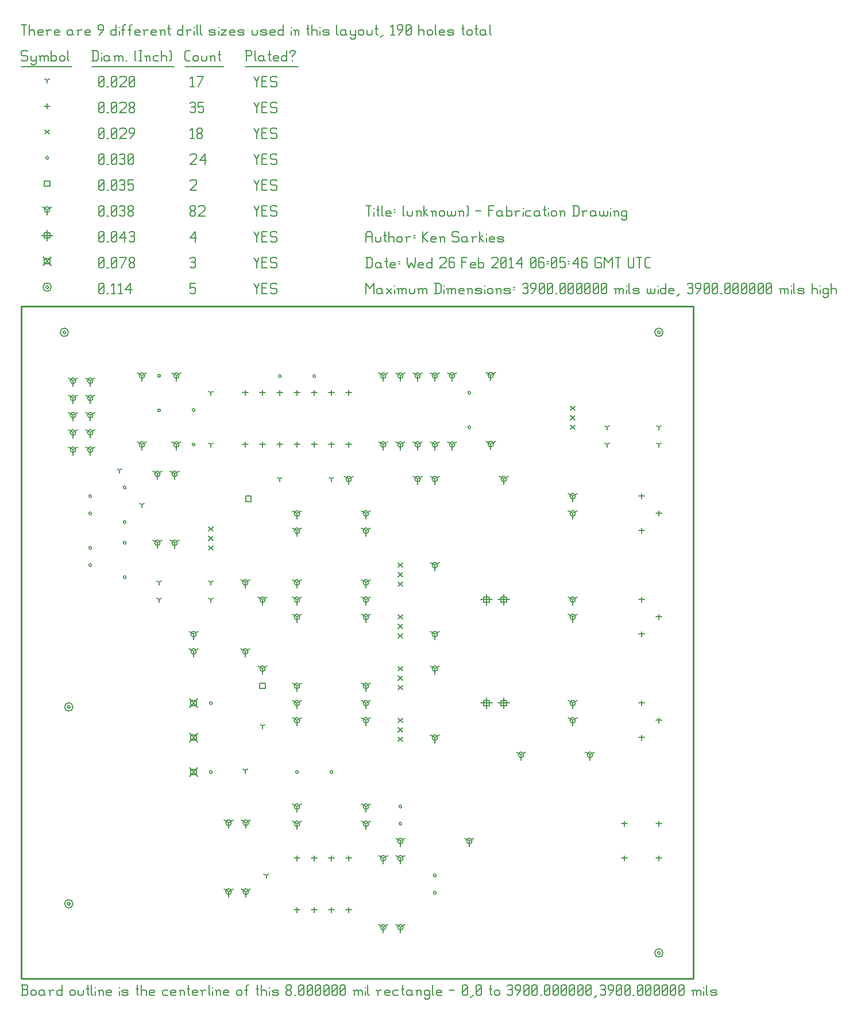
<source format=gbr>
G04 start of page 12 for group -3984 idx -3984 *
G04 Title: (unknown), fab *
G04 Creator: pcb 20110918 *
G04 CreationDate: Wed 26 Feb 2014 06:05:46 GMT UTC *
G04 For: ksarkies *
G04 Format: Gerber/RS-274X *
G04 PCB-Dimensions: 390000 390000 *
G04 PCB-Coordinate-Origin: lower left *
%MOIN*%
%FSLAX25Y25*%
%LNFAB*%
%ADD100C,0.0100*%
%ADD99C,0.0075*%
%ADD98C,0.0060*%
%ADD97R,0.0080X0.0080*%
G54D97*X24200Y375000D02*G75*G03X25800Y375000I800J0D01*G01*
G75*G03X24200Y375000I-800J0D01*G01*
X22600D02*G75*G03X27400Y375000I2400J0D01*G01*
G75*G03X22600Y375000I-2400J0D01*G01*
X26759Y43543D02*G75*G03X28359Y43543I800J0D01*G01*
G75*G03X26759Y43543I-800J0D01*G01*
X25159D02*G75*G03X29959Y43543I2400J0D01*G01*
G75*G03X25159Y43543I-2400J0D01*G01*
X369200Y15000D02*G75*G03X370800Y15000I800J0D01*G01*
G75*G03X369200Y15000I-800J0D01*G01*
X367600D02*G75*G03X372400Y15000I2400J0D01*G01*
G75*G03X367600Y15000I-2400J0D01*G01*
X369200Y375000D02*G75*G03X370800Y375000I800J0D01*G01*
G75*G03X369200Y375000I-800J0D01*G01*
X367600D02*G75*G03X372400Y375000I2400J0D01*G01*
G75*G03X367600Y375000I-2400J0D01*G01*
X26759Y157717D02*G75*G03X28359Y157717I800J0D01*G01*
G75*G03X26759Y157717I-800J0D01*G01*
X25159D02*G75*G03X29959Y157717I2400J0D01*G01*
G75*G03X25159Y157717I-2400J0D01*G01*
X14200Y401250D02*G75*G03X15800Y401250I800J0D01*G01*
G75*G03X14200Y401250I-800J0D01*G01*
X12600D02*G75*G03X17400Y401250I2400J0D01*G01*
G75*G03X12600Y401250I-2400J0D01*G01*
G54D98*X135000Y403500D02*X136500Y400500D01*
X138000Y403500D01*
X136500Y400500D02*Y397500D01*
X139800Y400800D02*X142050D01*
X139800Y397500D02*X142800D01*
X139800Y403500D02*Y397500D01*
Y403500D02*X142800D01*
X147600D02*X148350Y402750D01*
X145350Y403500D02*X147600D01*
X144600Y402750D02*X145350Y403500D01*
X144600Y402750D02*Y401250D01*
X145350Y400500D01*
X147600D01*
X148350Y399750D01*
Y398250D01*
X147600Y397500D02*X148350Y398250D01*
X145350Y397500D02*X147600D01*
X144600Y398250D02*X145350Y397500D01*
X98000Y403500D02*X101000D01*
X98000D02*Y400500D01*
X98750Y401250D01*
X100250D01*
X101000Y400500D01*
Y398250D01*
X100250Y397500D02*X101000Y398250D01*
X98750Y397500D02*X100250D01*
X98000Y398250D02*X98750Y397500D01*
X45000Y398250D02*X45750Y397500D01*
X45000Y402750D02*Y398250D01*
Y402750D02*X45750Y403500D01*
X47250D01*
X48000Y402750D01*
Y398250D01*
X47250Y397500D02*X48000Y398250D01*
X45750Y397500D02*X47250D01*
X45000Y399000D02*X48000Y402000D01*
X49800Y397500D02*X50550D01*
X52350Y402300D02*X53550Y403500D01*
Y397500D01*
X52350D02*X54600D01*
X56400Y402300D02*X57600Y403500D01*
Y397500D01*
X56400D02*X58650D01*
X60450Y399750D02*X63450Y403500D01*
X60450Y399750D02*X64200D01*
X63450Y403500D02*Y397500D01*
X97600Y142400D02*X102400Y137600D01*
X97600D02*X102400Y142400D01*
X98400Y141600D02*X101600D01*
X98400D02*Y138400D01*
X101600D01*
Y141600D02*Y138400D01*
X97600Y122400D02*X102400Y117600D01*
X97600D02*X102400Y122400D01*
X98400Y121600D02*X101600D01*
X98400D02*Y118400D01*
X101600D01*
Y121600D02*Y118400D01*
X97600Y162400D02*X102400Y157600D01*
X97600D02*X102400Y162400D01*
X98400Y161600D02*X101600D01*
X98400D02*Y158400D01*
X101600D01*
Y161600D02*Y158400D01*
X12600Y418650D02*X17400Y413850D01*
X12600D02*X17400Y418650D01*
X13400Y417850D02*X16600D01*
X13400D02*Y414650D01*
X16600D01*
Y417850D02*Y414650D01*
X135000Y418500D02*X136500Y415500D01*
X138000Y418500D01*
X136500Y415500D02*Y412500D01*
X139800Y415800D02*X142050D01*
X139800Y412500D02*X142800D01*
X139800Y418500D02*Y412500D01*
Y418500D02*X142800D01*
X147600D02*X148350Y417750D01*
X145350Y418500D02*X147600D01*
X144600Y417750D02*X145350Y418500D01*
X144600Y417750D02*Y416250D01*
X145350Y415500D01*
X147600D01*
X148350Y414750D01*
Y413250D01*
X147600Y412500D02*X148350Y413250D01*
X145350Y412500D02*X147600D01*
X144600Y413250D02*X145350Y412500D01*
X98000Y417750D02*X98750Y418500D01*
X100250D01*
X101000Y417750D01*
X100250Y412500D02*X101000Y413250D01*
X98750Y412500D02*X100250D01*
X98000Y413250D02*X98750Y412500D01*
Y415800D02*X100250D01*
X101000Y417750D02*Y416550D01*
Y415050D02*Y413250D01*
Y415050D02*X100250Y415800D01*
X101000Y416550D02*X100250Y415800D01*
X45000Y413250D02*X45750Y412500D01*
X45000Y417750D02*Y413250D01*
Y417750D02*X45750Y418500D01*
X47250D01*
X48000Y417750D01*
Y413250D01*
X47250Y412500D02*X48000Y413250D01*
X45750Y412500D02*X47250D01*
X45000Y414000D02*X48000Y417000D01*
X49800Y412500D02*X50550D01*
X52350Y413250D02*X53100Y412500D01*
X52350Y417750D02*Y413250D01*
Y417750D02*X53100Y418500D01*
X54600D01*
X55350Y417750D01*
Y413250D01*
X54600Y412500D02*X55350Y413250D01*
X53100Y412500D02*X54600D01*
X52350Y414000D02*X55350Y417000D01*
X57900Y412500D02*X60900Y418500D01*
X57150D02*X60900D01*
X62700Y413250D02*X63450Y412500D01*
X62700Y414450D02*Y413250D01*
Y414450D02*X63750Y415500D01*
X64650D01*
X65700Y414450D01*
Y413250D01*
X64950Y412500D02*X65700Y413250D01*
X63450Y412500D02*X64950D01*
X62700Y416550D02*X63750Y415500D01*
X62700Y417750D02*Y416550D01*
Y417750D02*X63450Y418500D01*
X64950D01*
X65700Y417750D01*
Y416550D01*
X64650Y415500D02*X65700Y416550D01*
X270000Y163200D02*Y156800D01*
X266800Y160000D02*X273200D01*
X268400Y161600D02*X271600D01*
X268400D02*Y158400D01*
X271600D01*
Y161600D02*Y158400D01*
X280000Y163200D02*Y156800D01*
X276800Y160000D02*X283200D01*
X278400Y161600D02*X281600D01*
X278400D02*Y158400D01*
X281600D01*
Y161600D02*Y158400D01*
X270000Y223200D02*Y216800D01*
X266800Y220000D02*X273200D01*
X268400Y221600D02*X271600D01*
X268400D02*Y218400D01*
X271600D01*
Y221600D02*Y218400D01*
X280000Y223200D02*Y216800D01*
X276800Y220000D02*X283200D01*
X278400Y221600D02*X281600D01*
X278400D02*Y218400D01*
X281600D01*
Y221600D02*Y218400D01*
X15000Y434450D02*Y428050D01*
X11800Y431250D02*X18200D01*
X13400Y432850D02*X16600D01*
X13400D02*Y429650D01*
X16600D01*
Y432850D02*Y429650D01*
X135000Y433500D02*X136500Y430500D01*
X138000Y433500D01*
X136500Y430500D02*Y427500D01*
X139800Y430800D02*X142050D01*
X139800Y427500D02*X142800D01*
X139800Y433500D02*Y427500D01*
Y433500D02*X142800D01*
X147600D02*X148350Y432750D01*
X145350Y433500D02*X147600D01*
X144600Y432750D02*X145350Y433500D01*
X144600Y432750D02*Y431250D01*
X145350Y430500D01*
X147600D01*
X148350Y429750D01*
Y428250D01*
X147600Y427500D02*X148350Y428250D01*
X145350Y427500D02*X147600D01*
X144600Y428250D02*X145350Y427500D01*
X98000Y429750D02*X101000Y433500D01*
X98000Y429750D02*X101750D01*
X101000Y433500D02*Y427500D01*
X45000Y428250D02*X45750Y427500D01*
X45000Y432750D02*Y428250D01*
Y432750D02*X45750Y433500D01*
X47250D01*
X48000Y432750D01*
Y428250D01*
X47250Y427500D02*X48000Y428250D01*
X45750Y427500D02*X47250D01*
X45000Y429000D02*X48000Y432000D01*
X49800Y427500D02*X50550D01*
X52350Y428250D02*X53100Y427500D01*
X52350Y432750D02*Y428250D01*
Y432750D02*X53100Y433500D01*
X54600D01*
X55350Y432750D01*
Y428250D01*
X54600Y427500D02*X55350Y428250D01*
X53100Y427500D02*X54600D01*
X52350Y429000D02*X55350Y432000D01*
X57150Y429750D02*X60150Y433500D01*
X57150Y429750D02*X60900D01*
X60150Y433500D02*Y427500D01*
X62700Y432750D02*X63450Y433500D01*
X64950D01*
X65700Y432750D01*
X64950Y427500D02*X65700Y428250D01*
X63450Y427500D02*X64950D01*
X62700Y428250D02*X63450Y427500D01*
Y430800D02*X64950D01*
X65700Y432750D02*Y431550D01*
Y430050D02*Y428250D01*
Y430050D02*X64950Y430800D01*
X65700Y431550D02*X64950Y430800D01*
X330000Y130000D02*Y126800D01*
Y130000D02*X332773Y131600D01*
X330000Y130000D02*X327227Y131600D01*
X328400Y130000D02*G75*G03X331600Y130000I1600J0D01*G01*
G75*G03X328400Y130000I-1600J0D01*G01*
X290000D02*Y126800D01*
Y130000D02*X292773Y131600D01*
X290000Y130000D02*X287227Y131600D01*
X288400Y130000D02*G75*G03X291600Y130000I1600J0D01*G01*
G75*G03X288400Y130000I-1600J0D01*G01*
X200000Y260000D02*Y256800D01*
Y260000D02*X202773Y261600D01*
X200000Y260000D02*X197227Y261600D01*
X198400Y260000D02*G75*G03X201600Y260000I1600J0D01*G01*
G75*G03X198400Y260000I-1600J0D01*G01*
X160000D02*Y256800D01*
Y260000D02*X162773Y261600D01*
X160000Y260000D02*X157227Y261600D01*
X158400Y260000D02*G75*G03X161600Y260000I1600J0D01*G01*
G75*G03X158400Y260000I-1600J0D01*G01*
X200000Y270000D02*Y266800D01*
Y270000D02*X202773Y271600D01*
X200000Y270000D02*X197227Y271600D01*
X198400Y270000D02*G75*G03X201600Y270000I1600J0D01*G01*
G75*G03X198400Y270000I-1600J0D01*G01*
X160000D02*Y266800D01*
Y270000D02*X162773Y271600D01*
X160000Y270000D02*X157227Y271600D01*
X158400Y270000D02*G75*G03X161600Y270000I1600J0D01*G01*
G75*G03X158400Y270000I-1600J0D01*G01*
X200000Y160000D02*Y156800D01*
Y160000D02*X202773Y161600D01*
X200000Y160000D02*X197227Y161600D01*
X198400Y160000D02*G75*G03X201600Y160000I1600J0D01*G01*
G75*G03X198400Y160000I-1600J0D01*G01*
X160000D02*Y156800D01*
Y160000D02*X162773Y161600D01*
X160000Y160000D02*X157227Y161600D01*
X158400Y160000D02*G75*G03X161600Y160000I1600J0D01*G01*
G75*G03X158400Y160000I-1600J0D01*G01*
X240000Y200000D02*Y196800D01*
Y200000D02*X242773Y201600D01*
X240000Y200000D02*X237227Y201600D01*
X238400Y200000D02*G75*G03X241600Y200000I1600J0D01*G01*
G75*G03X238400Y200000I-1600J0D01*G01*
X240000Y240000D02*Y236800D01*
Y240000D02*X242773Y241600D01*
X240000Y240000D02*X237227Y241600D01*
X238400Y240000D02*G75*G03X241600Y240000I1600J0D01*G01*
G75*G03X238400Y240000I-1600J0D01*G01*
X200000Y220000D02*Y216800D01*
Y220000D02*X202773Y221600D01*
X200000Y220000D02*X197227Y221600D01*
X198400Y220000D02*G75*G03X201600Y220000I1600J0D01*G01*
G75*G03X198400Y220000I-1600J0D01*G01*
X160000D02*Y216800D01*
Y220000D02*X162773Y221600D01*
X160000Y220000D02*X157227Y221600D01*
X158400Y220000D02*G75*G03X161600Y220000I1600J0D01*G01*
G75*G03X158400Y220000I-1600J0D01*G01*
X200000Y210000D02*Y206800D01*
Y210000D02*X202773Y211600D01*
X200000Y210000D02*X197227Y211600D01*
X198400Y210000D02*G75*G03X201600Y210000I1600J0D01*G01*
G75*G03X198400Y210000I-1600J0D01*G01*
X160000D02*Y206800D01*
Y210000D02*X162773Y211600D01*
X160000Y210000D02*X157227Y211600D01*
X158400Y210000D02*G75*G03X161600Y210000I1600J0D01*G01*
G75*G03X158400Y210000I-1600J0D01*G01*
X200000Y230000D02*Y226800D01*
Y230000D02*X202773Y231600D01*
X200000Y230000D02*X197227Y231600D01*
X198400Y230000D02*G75*G03X201600Y230000I1600J0D01*G01*
G75*G03X198400Y230000I-1600J0D01*G01*
X160000D02*Y226800D01*
Y230000D02*X162773Y231600D01*
X160000Y230000D02*X157227Y231600D01*
X158400Y230000D02*G75*G03X161600Y230000I1600J0D01*G01*
G75*G03X158400Y230000I-1600J0D01*G01*
X200000Y170000D02*Y166800D01*
Y170000D02*X202773Y171600D01*
X200000Y170000D02*X197227Y171600D01*
X198400Y170000D02*G75*G03X201600Y170000I1600J0D01*G01*
G75*G03X198400Y170000I-1600J0D01*G01*
X160000D02*Y166800D01*
Y170000D02*X162773Y171600D01*
X160000Y170000D02*X157227Y171600D01*
X158400Y170000D02*G75*G03X161600Y170000I1600J0D01*G01*
G75*G03X158400Y170000I-1600J0D01*G01*
X240000Y140000D02*Y136800D01*
Y140000D02*X242773Y141600D01*
X240000Y140000D02*X237227Y141600D01*
X238400Y140000D02*G75*G03X241600Y140000I1600J0D01*G01*
G75*G03X238400Y140000I-1600J0D01*G01*
X240000Y180000D02*Y176800D01*
Y180000D02*X242773Y181600D01*
X240000Y180000D02*X237227Y181600D01*
X238400Y180000D02*G75*G03X241600Y180000I1600J0D01*G01*
G75*G03X238400Y180000I-1600J0D01*G01*
X200000Y150000D02*Y146800D01*
Y150000D02*X202773Y151600D01*
X200000Y150000D02*X197227Y151600D01*
X198400Y150000D02*G75*G03X201600Y150000I1600J0D01*G01*
G75*G03X198400Y150000I-1600J0D01*G01*
X160000D02*Y146800D01*
Y150000D02*X162773Y151600D01*
X160000Y150000D02*X157227Y151600D01*
X158400Y150000D02*G75*G03X161600Y150000I1600J0D01*G01*
G75*G03X158400Y150000I-1600J0D01*G01*
X200000Y90000D02*Y86800D01*
Y90000D02*X202773Y91600D01*
X200000Y90000D02*X197227Y91600D01*
X198400Y90000D02*G75*G03X201600Y90000I1600J0D01*G01*
G75*G03X198400Y90000I-1600J0D01*G01*
X160000D02*Y86800D01*
Y90000D02*X162773Y91600D01*
X160000Y90000D02*X157227Y91600D01*
X158400Y90000D02*G75*G03X161600Y90000I1600J0D01*G01*
G75*G03X158400Y90000I-1600J0D01*G01*
X210000Y70000D02*Y66800D01*
Y70000D02*X212773Y71600D01*
X210000Y70000D02*X207227Y71600D01*
X208400Y70000D02*G75*G03X211600Y70000I1600J0D01*G01*
G75*G03X208400Y70000I-1600J0D01*G01*
X210000Y30000D02*Y26800D01*
Y30000D02*X212773Y31600D01*
X210000Y30000D02*X207227Y31600D01*
X208400Y30000D02*G75*G03X211600Y30000I1600J0D01*G01*
G75*G03X208400Y30000I-1600J0D01*G01*
X160000Y100000D02*Y96800D01*
Y100000D02*X162773Y101600D01*
X160000Y100000D02*X157227Y101600D01*
X158400Y100000D02*G75*G03X161600Y100000I1600J0D01*G01*
G75*G03X158400Y100000I-1600J0D01*G01*
X200000D02*Y96800D01*
Y100000D02*X202773Y101600D01*
X200000Y100000D02*X197227Y101600D01*
X198400Y100000D02*G75*G03X201600Y100000I1600J0D01*G01*
G75*G03X198400Y100000I-1600J0D01*G01*
X210000Y310000D02*Y306800D01*
Y310000D02*X212773Y311600D01*
X210000Y310000D02*X207227Y311600D01*
X208400Y310000D02*G75*G03X211600Y310000I1600J0D01*G01*
G75*G03X208400Y310000I-1600J0D01*G01*
X210000Y350000D02*Y346800D01*
Y350000D02*X212773Y351600D01*
X210000Y350000D02*X207227Y351600D01*
X208400Y350000D02*G75*G03X211600Y350000I1600J0D01*G01*
G75*G03X208400Y350000I-1600J0D01*G01*
X320000Y160000D02*Y156800D01*
Y160000D02*X322773Y161600D01*
X320000Y160000D02*X317227Y161600D01*
X318400Y160000D02*G75*G03X321600Y160000I1600J0D01*G01*
G75*G03X318400Y160000I-1600J0D01*G01*
X320000Y150000D02*Y146800D01*
Y150000D02*X322773Y151600D01*
X320000Y150000D02*X317227Y151600D01*
X318400Y150000D02*G75*G03X321600Y150000I1600J0D01*G01*
G75*G03X318400Y150000I-1600J0D01*G01*
X230000Y290000D02*Y286800D01*
Y290000D02*X232773Y291600D01*
X230000Y290000D02*X227227Y291600D01*
X228400Y290000D02*G75*G03X231600Y290000I1600J0D01*G01*
G75*G03X228400Y290000I-1600J0D01*G01*
X190000D02*Y286800D01*
Y290000D02*X192773Y291600D01*
X190000Y290000D02*X187227Y291600D01*
X188400Y290000D02*G75*G03X191600Y290000I1600J0D01*G01*
G75*G03X188400Y290000I-1600J0D01*G01*
X280000D02*Y286800D01*
Y290000D02*X282773Y291600D01*
X280000Y290000D02*X277227Y291600D01*
X278400Y290000D02*G75*G03X281600Y290000I1600J0D01*G01*
G75*G03X278400Y290000I-1600J0D01*G01*
X240000D02*Y286800D01*
Y290000D02*X242773Y291600D01*
X240000Y290000D02*X237227Y291600D01*
X238400Y290000D02*G75*G03X241600Y290000I1600J0D01*G01*
G75*G03X238400Y290000I-1600J0D01*G01*
X90000Y350000D02*Y346800D01*
Y350000D02*X92773Y351600D01*
X90000Y350000D02*X87227Y351600D01*
X88400Y350000D02*G75*G03X91600Y350000I1600J0D01*G01*
G75*G03X88400Y350000I-1600J0D01*G01*
X90000Y310000D02*Y306800D01*
Y310000D02*X92773Y311600D01*
X90000Y310000D02*X87227Y311600D01*
X88400Y310000D02*G75*G03X91600Y310000I1600J0D01*G01*
G75*G03X88400Y310000I-1600J0D01*G01*
X70000D02*Y306800D01*
Y310000D02*X72773Y311600D01*
X70000Y310000D02*X67227Y311600D01*
X68400Y310000D02*G75*G03X71600Y310000I1600J0D01*G01*
G75*G03X68400Y310000I-1600J0D01*G01*
X70000Y350000D02*Y346800D01*
Y350000D02*X72773Y351600D01*
X70000Y350000D02*X67227Y351600D01*
X68400Y350000D02*G75*G03X71600Y350000I1600J0D01*G01*
G75*G03X68400Y350000I-1600J0D01*G01*
X260000Y80000D02*Y76800D01*
Y80000D02*X262773Y81600D01*
X260000Y80000D02*X257227Y81600D01*
X258400Y80000D02*G75*G03X261600Y80000I1600J0D01*G01*
G75*G03X258400Y80000I-1600J0D01*G01*
X220000D02*Y76800D01*
Y80000D02*X222773Y81600D01*
X220000Y80000D02*X217227Y81600D01*
X218400Y80000D02*G75*G03X221600Y80000I1600J0D01*G01*
G75*G03X218400Y80000I-1600J0D01*G01*
X220000Y30000D02*Y26800D01*
Y30000D02*X222773Y31600D01*
X220000Y30000D02*X217227Y31600D01*
X218400Y30000D02*G75*G03X221600Y30000I1600J0D01*G01*
G75*G03X218400Y30000I-1600J0D01*G01*
X220000Y70000D02*Y66800D01*
Y70000D02*X222773Y71600D01*
X220000Y70000D02*X217227Y71600D01*
X218400Y70000D02*G75*G03X221600Y70000I1600J0D01*G01*
G75*G03X218400Y70000I-1600J0D01*G01*
X272450Y350200D02*Y347000D01*
Y350200D02*X275223Y351800D01*
X272450Y350200D02*X269677Y351800D01*
X270850Y350200D02*G75*G03X274050Y350200I1600J0D01*G01*
G75*G03X270850Y350200I-1600J0D01*G01*
X272450Y310200D02*Y307000D01*
Y310200D02*X275223Y311800D01*
X272450Y310200D02*X269677Y311800D01*
X270850Y310200D02*G75*G03X274050Y310200I1600J0D01*G01*
G75*G03X270850Y310200I-1600J0D01*G01*
X220000Y350000D02*Y346800D01*
Y350000D02*X222773Y351600D01*
X220000Y350000D02*X217227Y351600D01*
X218400Y350000D02*G75*G03X221600Y350000I1600J0D01*G01*
G75*G03X218400Y350000I-1600J0D01*G01*
X220000Y310000D02*Y306800D01*
Y310000D02*X222773Y311600D01*
X220000Y310000D02*X217227Y311600D01*
X218400Y310000D02*G75*G03X221600Y310000I1600J0D01*G01*
G75*G03X218400Y310000I-1600J0D01*G01*
X230000D02*Y306800D01*
Y310000D02*X232773Y311600D01*
X230000Y310000D02*X227227Y311600D01*
X228400Y310000D02*G75*G03X231600Y310000I1600J0D01*G01*
G75*G03X228400Y310000I-1600J0D01*G01*
X230000Y350000D02*Y346800D01*
Y350000D02*X232773Y351600D01*
X230000Y350000D02*X227227Y351600D01*
X228400Y350000D02*G75*G03X231600Y350000I1600J0D01*G01*
G75*G03X228400Y350000I-1600J0D01*G01*
X250000D02*Y346800D01*
Y350000D02*X252773Y351600D01*
X250000Y350000D02*X247227Y351600D01*
X248400Y350000D02*G75*G03X251600Y350000I1600J0D01*G01*
G75*G03X248400Y350000I-1600J0D01*G01*
X250000Y310000D02*Y306800D01*
Y310000D02*X252773Y311600D01*
X250000Y310000D02*X247227Y311600D01*
X248400Y310000D02*G75*G03X251600Y310000I1600J0D01*G01*
G75*G03X248400Y310000I-1600J0D01*G01*
X240000Y350000D02*Y346800D01*
Y350000D02*X242773Y351600D01*
X240000Y350000D02*X237227Y351600D01*
X238400Y350000D02*G75*G03X241600Y350000I1600J0D01*G01*
G75*G03X238400Y350000I-1600J0D01*G01*
X240000Y310000D02*Y306800D01*
Y310000D02*X242773Y311600D01*
X240000Y310000D02*X237227Y311600D01*
X238400Y310000D02*G75*G03X241600Y310000I1600J0D01*G01*
G75*G03X238400Y310000I-1600J0D01*G01*
X79000Y253000D02*Y249800D01*
Y253000D02*X81773Y254600D01*
X79000Y253000D02*X76227Y254600D01*
X77400Y253000D02*G75*G03X80600Y253000I1600J0D01*G01*
G75*G03X77400Y253000I-1600J0D01*G01*
X79000Y293000D02*Y289800D01*
Y293000D02*X81773Y294600D01*
X79000Y293000D02*X76227Y294600D01*
X77400Y293000D02*G75*G03X80600Y293000I1600J0D01*G01*
G75*G03X77400Y293000I-1600J0D01*G01*
X89000D02*Y289800D01*
Y293000D02*X91773Y294600D01*
X89000Y293000D02*X86227Y294600D01*
X87400Y293000D02*G75*G03X90600Y293000I1600J0D01*G01*
G75*G03X87400Y293000I-1600J0D01*G01*
X89000Y253000D02*Y249800D01*
Y253000D02*X91773Y254600D01*
X89000Y253000D02*X86227Y254600D01*
X87400Y253000D02*G75*G03X90600Y253000I1600J0D01*G01*
G75*G03X87400Y253000I-1600J0D01*G01*
X130290Y90570D02*Y87370D01*
Y90570D02*X133063Y92170D01*
X130290Y90570D02*X127517Y92170D01*
X128690Y90570D02*G75*G03X131890Y90570I1600J0D01*G01*
G75*G03X128690Y90570I-1600J0D01*G01*
X130290Y50570D02*Y47370D01*
Y50570D02*X133063Y52170D01*
X130290Y50570D02*X127517Y52170D01*
X128690Y50570D02*G75*G03X131890Y50570I1600J0D01*G01*
G75*G03X128690Y50570I-1600J0D01*G01*
X120290D02*Y47370D01*
Y50570D02*X123063Y52170D01*
X120290Y50570D02*X117517Y52170D01*
X118690Y50570D02*G75*G03X121890Y50570I1600J0D01*G01*
G75*G03X118690Y50570I-1600J0D01*G01*
X120290Y90570D02*Y87370D01*
Y90570D02*X123063Y92170D01*
X120290Y90570D02*X117517Y92170D01*
X118690Y90570D02*G75*G03X121890Y90570I1600J0D01*G01*
G75*G03X118690Y90570I-1600J0D01*G01*
X140000Y220000D02*Y216800D01*
Y220000D02*X142773Y221600D01*
X140000Y220000D02*X137227Y221600D01*
X138400Y220000D02*G75*G03X141600Y220000I1600J0D01*G01*
G75*G03X138400Y220000I-1600J0D01*G01*
X140000Y180000D02*Y176800D01*
Y180000D02*X142773Y181600D01*
X140000Y180000D02*X137227Y181600D01*
X138400Y180000D02*G75*G03X141600Y180000I1600J0D01*G01*
G75*G03X138400Y180000I-1600J0D01*G01*
X130000Y230000D02*Y226800D01*
Y230000D02*X132773Y231600D01*
X130000Y230000D02*X127227Y231600D01*
X128400Y230000D02*G75*G03X131600Y230000I1600J0D01*G01*
G75*G03X128400Y230000I-1600J0D01*G01*
X130000Y190000D02*Y186800D01*
Y190000D02*X132773Y191600D01*
X130000Y190000D02*X127227Y191600D01*
X128400Y190000D02*G75*G03X131600Y190000I1600J0D01*G01*
G75*G03X128400Y190000I-1600J0D01*G01*
X100000D02*Y186800D01*
Y190000D02*X102773Y191600D01*
X100000Y190000D02*X97227Y191600D01*
X98400Y190000D02*G75*G03X101600Y190000I1600J0D01*G01*
G75*G03X98400Y190000I-1600J0D01*G01*
X100000Y200000D02*Y196800D01*
Y200000D02*X102773Y201600D01*
X100000Y200000D02*X97227Y201600D01*
X98400Y200000D02*G75*G03X101600Y200000I1600J0D01*G01*
G75*G03X98400Y200000I-1600J0D01*G01*
X320000Y220000D02*Y216800D01*
Y220000D02*X322773Y221600D01*
X320000Y220000D02*X317227Y221600D01*
X318400Y220000D02*G75*G03X321600Y220000I1600J0D01*G01*
G75*G03X318400Y220000I-1600J0D01*G01*
X320000Y210000D02*Y206800D01*
Y210000D02*X322773Y211600D01*
X320000Y210000D02*X317227Y211600D01*
X318400Y210000D02*G75*G03X321600Y210000I1600J0D01*G01*
G75*G03X318400Y210000I-1600J0D01*G01*
X320000Y280000D02*Y276800D01*
Y280000D02*X322773Y281600D01*
X320000Y280000D02*X317227Y281600D01*
X318400Y280000D02*G75*G03X321600Y280000I1600J0D01*G01*
G75*G03X318400Y280000I-1600J0D01*G01*
X320000Y270000D02*Y266800D01*
Y270000D02*X322773Y271600D01*
X320000Y270000D02*X317227Y271600D01*
X318400Y270000D02*G75*G03X321600Y270000I1600J0D01*G01*
G75*G03X318400Y270000I-1600J0D01*G01*
X40000Y307000D02*Y303800D01*
Y307000D02*X42773Y308600D01*
X40000Y307000D02*X37227Y308600D01*
X38400Y307000D02*G75*G03X41600Y307000I1600J0D01*G01*
G75*G03X38400Y307000I-1600J0D01*G01*
X30000D02*Y303800D01*
Y307000D02*X32773Y308600D01*
X30000Y307000D02*X27227Y308600D01*
X28400Y307000D02*G75*G03X31600Y307000I1600J0D01*G01*
G75*G03X28400Y307000I-1600J0D01*G01*
X40000Y317000D02*Y313800D01*
Y317000D02*X42773Y318600D01*
X40000Y317000D02*X37227Y318600D01*
X38400Y317000D02*G75*G03X41600Y317000I1600J0D01*G01*
G75*G03X38400Y317000I-1600J0D01*G01*
X30000D02*Y313800D01*
Y317000D02*X32773Y318600D01*
X30000Y317000D02*X27227Y318600D01*
X28400Y317000D02*G75*G03X31600Y317000I1600J0D01*G01*
G75*G03X28400Y317000I-1600J0D01*G01*
X40000Y327000D02*Y323800D01*
Y327000D02*X42773Y328600D01*
X40000Y327000D02*X37227Y328600D01*
X38400Y327000D02*G75*G03X41600Y327000I1600J0D01*G01*
G75*G03X38400Y327000I-1600J0D01*G01*
X30000D02*Y323800D01*
Y327000D02*X32773Y328600D01*
X30000Y327000D02*X27227Y328600D01*
X28400Y327000D02*G75*G03X31600Y327000I1600J0D01*G01*
G75*G03X28400Y327000I-1600J0D01*G01*
X40000Y337000D02*Y333800D01*
Y337000D02*X42773Y338600D01*
X40000Y337000D02*X37227Y338600D01*
X38400Y337000D02*G75*G03X41600Y337000I1600J0D01*G01*
G75*G03X38400Y337000I-1600J0D01*G01*
X30000D02*Y333800D01*
Y337000D02*X32773Y338600D01*
X30000Y337000D02*X27227Y338600D01*
X28400Y337000D02*G75*G03X31600Y337000I1600J0D01*G01*
G75*G03X28400Y337000I-1600J0D01*G01*
X40000Y347000D02*Y343800D01*
Y347000D02*X42773Y348600D01*
X40000Y347000D02*X37227Y348600D01*
X38400Y347000D02*G75*G03X41600Y347000I1600J0D01*G01*
G75*G03X38400Y347000I-1600J0D01*G01*
X30000D02*Y343800D01*
Y347000D02*X32773Y348600D01*
X30000Y347000D02*X27227Y348600D01*
X28400Y347000D02*G75*G03X31600Y347000I1600J0D01*G01*
G75*G03X28400Y347000I-1600J0D01*G01*
X15000Y446250D02*Y443050D01*
Y446250D02*X17773Y447850D01*
X15000Y446250D02*X12227Y447850D01*
X13400Y446250D02*G75*G03X16600Y446250I1600J0D01*G01*
G75*G03X13400Y446250I-1600J0D01*G01*
X135000Y448500D02*X136500Y445500D01*
X138000Y448500D01*
X136500Y445500D02*Y442500D01*
X139800Y445800D02*X142050D01*
X139800Y442500D02*X142800D01*
X139800Y448500D02*Y442500D01*
Y448500D02*X142800D01*
X147600D02*X148350Y447750D01*
X145350Y448500D02*X147600D01*
X144600Y447750D02*X145350Y448500D01*
X144600Y447750D02*Y446250D01*
X145350Y445500D01*
X147600D01*
X148350Y444750D01*
Y443250D01*
X147600Y442500D02*X148350Y443250D01*
X145350Y442500D02*X147600D01*
X144600Y443250D02*X145350Y442500D01*
X98000Y443250D02*X98750Y442500D01*
X98000Y444450D02*Y443250D01*
Y444450D02*X99050Y445500D01*
X99950D01*
X101000Y444450D01*
Y443250D01*
X100250Y442500D02*X101000Y443250D01*
X98750Y442500D02*X100250D01*
X98000Y446550D02*X99050Y445500D01*
X98000Y447750D02*Y446550D01*
Y447750D02*X98750Y448500D01*
X100250D01*
X101000Y447750D01*
Y446550D01*
X99950Y445500D02*X101000Y446550D01*
X102800Y447750D02*X103550Y448500D01*
X105800D01*
X106550Y447750D01*
Y446250D01*
X102800Y442500D02*X106550Y446250D01*
X102800Y442500D02*X106550D01*
X45000Y443250D02*X45750Y442500D01*
X45000Y447750D02*Y443250D01*
Y447750D02*X45750Y448500D01*
X47250D01*
X48000Y447750D01*
Y443250D01*
X47250Y442500D02*X48000Y443250D01*
X45750Y442500D02*X47250D01*
X45000Y444000D02*X48000Y447000D01*
X49800Y442500D02*X50550D01*
X52350Y443250D02*X53100Y442500D01*
X52350Y447750D02*Y443250D01*
Y447750D02*X53100Y448500D01*
X54600D01*
X55350Y447750D01*
Y443250D01*
X54600Y442500D02*X55350Y443250D01*
X53100Y442500D02*X54600D01*
X52350Y444000D02*X55350Y447000D01*
X57150Y447750D02*X57900Y448500D01*
X59400D01*
X60150Y447750D01*
X59400Y442500D02*X60150Y443250D01*
X57900Y442500D02*X59400D01*
X57150Y443250D02*X57900Y442500D01*
Y445800D02*X59400D01*
X60150Y447750D02*Y446550D01*
Y445050D02*Y443250D01*
Y445050D02*X59400Y445800D01*
X60150Y446550D02*X59400Y445800D01*
X61950Y443250D02*X62700Y442500D01*
X61950Y444450D02*Y443250D01*
Y444450D02*X63000Y445500D01*
X63900D01*
X64950Y444450D01*
Y443250D01*
X64200Y442500D02*X64950Y443250D01*
X62700Y442500D02*X64200D01*
X61950Y446550D02*X63000Y445500D01*
X61950Y447750D02*Y446550D01*
Y447750D02*X62700Y448500D01*
X64200D01*
X64950Y447750D01*
Y446550D01*
X63900Y445500D02*X64950Y446550D01*
X130200Y280000D02*X133400D01*
X130200D02*Y276800D01*
X133400D01*
Y280000D02*Y276800D01*
X138400Y171600D02*X141600D01*
X138400D02*Y168400D01*
X141600D01*
Y171600D02*Y168400D01*
X13400Y462850D02*X16600D01*
X13400D02*Y459650D01*
X16600D01*
Y462850D02*Y459650D01*
X135000Y463500D02*X136500Y460500D01*
X138000Y463500D01*
X136500Y460500D02*Y457500D01*
X139800Y460800D02*X142050D01*
X139800Y457500D02*X142800D01*
X139800Y463500D02*Y457500D01*
Y463500D02*X142800D01*
X147600D02*X148350Y462750D01*
X145350Y463500D02*X147600D01*
X144600Y462750D02*X145350Y463500D01*
X144600Y462750D02*Y461250D01*
X145350Y460500D01*
X147600D01*
X148350Y459750D01*
Y458250D01*
X147600Y457500D02*X148350Y458250D01*
X145350Y457500D02*X147600D01*
X144600Y458250D02*X145350Y457500D01*
X98000Y462750D02*X98750Y463500D01*
X101000D01*
X101750Y462750D01*
Y461250D01*
X98000Y457500D02*X101750Y461250D01*
X98000Y457500D02*X101750D01*
X45000Y458250D02*X45750Y457500D01*
X45000Y462750D02*Y458250D01*
Y462750D02*X45750Y463500D01*
X47250D01*
X48000Y462750D01*
Y458250D01*
X47250Y457500D02*X48000Y458250D01*
X45750Y457500D02*X47250D01*
X45000Y459000D02*X48000Y462000D01*
X49800Y457500D02*X50550D01*
X52350Y458250D02*X53100Y457500D01*
X52350Y462750D02*Y458250D01*
Y462750D02*X53100Y463500D01*
X54600D01*
X55350Y462750D01*
Y458250D01*
X54600Y457500D02*X55350Y458250D01*
X53100Y457500D02*X54600D01*
X52350Y459000D02*X55350Y462000D01*
X57150Y462750D02*X57900Y463500D01*
X59400D01*
X60150Y462750D01*
X59400Y457500D02*X60150Y458250D01*
X57900Y457500D02*X59400D01*
X57150Y458250D02*X57900Y457500D01*
Y460800D02*X59400D01*
X60150Y462750D02*Y461550D01*
Y460050D02*Y458250D01*
Y460050D02*X59400Y460800D01*
X60150Y461550D02*X59400Y460800D01*
X61950Y463500D02*X64950D01*
X61950D02*Y460500D01*
X62700Y461250D01*
X64200D01*
X64950Y460500D01*
Y458250D01*
X64200Y457500D02*X64950Y458250D01*
X62700Y457500D02*X64200D01*
X61950Y458250D02*X62700Y457500D01*
X219200Y90000D02*G75*G03X220800Y90000I800J0D01*G01*
G75*G03X219200Y90000I-800J0D01*G01*
Y100000D02*G75*G03X220800Y100000I800J0D01*G01*
G75*G03X219200Y100000I-800J0D01*G01*
X239200Y60000D02*G75*G03X240800Y60000I800J0D01*G01*
G75*G03X239200Y60000I-800J0D01*G01*
Y50000D02*G75*G03X240800Y50000I800J0D01*G01*
G75*G03X239200Y50000I-800J0D01*G01*
X99200Y330000D02*G75*G03X100800Y330000I800J0D01*G01*
G75*G03X99200Y330000I-800J0D01*G01*
Y310000D02*G75*G03X100800Y310000I800J0D01*G01*
G75*G03X99200Y310000I-800J0D01*G01*
X79200Y329800D02*G75*G03X80800Y329800I800J0D01*G01*
G75*G03X79200Y329800I-800J0D01*G01*
Y349800D02*G75*G03X80800Y349800I800J0D01*G01*
G75*G03X79200Y349800I-800J0D01*G01*
X259200Y320000D02*G75*G03X260800Y320000I800J0D01*G01*
G75*G03X259200Y320000I-800J0D01*G01*
Y340000D02*G75*G03X260800Y340000I800J0D01*G01*
G75*G03X259200Y340000I-800J0D01*G01*
X59200Y233000D02*G75*G03X60800Y233000I800J0D01*G01*
G75*G03X59200Y233000I-800J0D01*G01*
Y253000D02*G75*G03X60800Y253000I800J0D01*G01*
G75*G03X59200Y253000I-800J0D01*G01*
X39200Y250000D02*G75*G03X40800Y250000I800J0D01*G01*
G75*G03X39200Y250000I-800J0D01*G01*
Y240000D02*G75*G03X40800Y240000I800J0D01*G01*
G75*G03X39200Y240000I-800J0D01*G01*
Y280000D02*G75*G03X40800Y280000I800J0D01*G01*
G75*G03X39200Y280000I-800J0D01*G01*
Y270000D02*G75*G03X40800Y270000I800J0D01*G01*
G75*G03X39200Y270000I-800J0D01*G01*
X59200Y265000D02*G75*G03X60800Y265000I800J0D01*G01*
G75*G03X59200Y265000I-800J0D01*G01*
Y285000D02*G75*G03X60800Y285000I800J0D01*G01*
G75*G03X59200Y285000I-800J0D01*G01*
X109200Y120000D02*G75*G03X110800Y120000I800J0D01*G01*
G75*G03X109200Y120000I-800J0D01*G01*
Y160000D02*G75*G03X110800Y160000I800J0D01*G01*
G75*G03X109200Y160000I-800J0D01*G01*
X159200Y120000D02*G75*G03X160800Y120000I800J0D01*G01*
G75*G03X159200Y120000I-800J0D01*G01*
X179200D02*G75*G03X180800Y120000I800J0D01*G01*
G75*G03X179200Y120000I-800J0D01*G01*
X169200Y349600D02*G75*G03X170800Y349600I800J0D01*G01*
G75*G03X169200Y349600I-800J0D01*G01*
X149200D02*G75*G03X150800Y349600I800J0D01*G01*
G75*G03X149200Y349600I-800J0D01*G01*
X14200Y476250D02*G75*G03X15800Y476250I800J0D01*G01*
G75*G03X14200Y476250I-800J0D01*G01*
X135000Y478500D02*X136500Y475500D01*
X138000Y478500D01*
X136500Y475500D02*Y472500D01*
X139800Y475800D02*X142050D01*
X139800Y472500D02*X142800D01*
X139800Y478500D02*Y472500D01*
Y478500D02*X142800D01*
X147600D02*X148350Y477750D01*
X145350Y478500D02*X147600D01*
X144600Y477750D02*X145350Y478500D01*
X144600Y477750D02*Y476250D01*
X145350Y475500D01*
X147600D01*
X148350Y474750D01*
Y473250D01*
X147600Y472500D02*X148350Y473250D01*
X145350Y472500D02*X147600D01*
X144600Y473250D02*X145350Y472500D01*
X98000Y477750D02*X98750Y478500D01*
X101000D01*
X101750Y477750D01*
Y476250D01*
X98000Y472500D02*X101750Y476250D01*
X98000Y472500D02*X101750D01*
X103550Y474750D02*X106550Y478500D01*
X103550Y474750D02*X107300D01*
X106550Y478500D02*Y472500D01*
X45000Y473250D02*X45750Y472500D01*
X45000Y477750D02*Y473250D01*
Y477750D02*X45750Y478500D01*
X47250D01*
X48000Y477750D01*
Y473250D01*
X47250Y472500D02*X48000Y473250D01*
X45750Y472500D02*X47250D01*
X45000Y474000D02*X48000Y477000D01*
X49800Y472500D02*X50550D01*
X52350Y473250D02*X53100Y472500D01*
X52350Y477750D02*Y473250D01*
Y477750D02*X53100Y478500D01*
X54600D01*
X55350Y477750D01*
Y473250D01*
X54600Y472500D02*X55350Y473250D01*
X53100Y472500D02*X54600D01*
X52350Y474000D02*X55350Y477000D01*
X57150Y477750D02*X57900Y478500D01*
X59400D01*
X60150Y477750D01*
X59400Y472500D02*X60150Y473250D01*
X57900Y472500D02*X59400D01*
X57150Y473250D02*X57900Y472500D01*
Y475800D02*X59400D01*
X60150Y477750D02*Y476550D01*
Y475050D02*Y473250D01*
Y475050D02*X59400Y475800D01*
X60150Y476550D02*X59400Y475800D01*
X61950Y473250D02*X62700Y472500D01*
X61950Y477750D02*Y473250D01*
Y477750D02*X62700Y478500D01*
X64200D01*
X64950Y477750D01*
Y473250D01*
X64200Y472500D02*X64950Y473250D01*
X62700Y472500D02*X64200D01*
X61950Y474000D02*X64950Y477000D01*
X218800Y151200D02*X221200Y148800D01*
X218800D02*X221200Y151200D01*
X218800Y145700D02*X221200Y143300D01*
X218800D02*X221200Y145700D01*
X218800Y140200D02*X221200Y137800D01*
X218800D02*X221200Y140200D01*
X218800Y181200D02*X221200Y178800D01*
X218800D02*X221200Y181200D01*
X218800Y175700D02*X221200Y173300D01*
X218800D02*X221200Y175700D01*
X218800Y170200D02*X221200Y167800D01*
X218800D02*X221200Y170200D01*
X218800Y211200D02*X221200Y208800D01*
X218800D02*X221200Y211200D01*
X218800Y205700D02*X221200Y203300D01*
X218800D02*X221200Y205700D01*
X218800Y200200D02*X221200Y197800D01*
X218800D02*X221200Y200200D01*
X218800Y241200D02*X221200Y238800D01*
X218800D02*X221200Y241200D01*
X218800Y235700D02*X221200Y233300D01*
X218800D02*X221200Y235700D01*
X218800Y230200D02*X221200Y227800D01*
X218800D02*X221200Y230200D01*
X318800Y321200D02*X321200Y318800D01*
X318800D02*X321200Y321200D01*
X318800Y326700D02*X321200Y324300D01*
X318800D02*X321200Y326700D01*
X318800Y332200D02*X321200Y329800D01*
X318800D02*X321200Y332200D01*
X108800Y251200D02*X111200Y248800D01*
X108800D02*X111200Y251200D01*
X108800Y256700D02*X111200Y254300D01*
X108800D02*X111200Y256700D01*
X108800Y262200D02*X111200Y259800D01*
X108800D02*X111200Y262200D01*
X13800Y492450D02*X16200Y490050D01*
X13800D02*X16200Y492450D01*
X135000Y493500D02*X136500Y490500D01*
X138000Y493500D01*
X136500Y490500D02*Y487500D01*
X139800Y490800D02*X142050D01*
X139800Y487500D02*X142800D01*
X139800Y493500D02*Y487500D01*
Y493500D02*X142800D01*
X147600D02*X148350Y492750D01*
X145350Y493500D02*X147600D01*
X144600Y492750D02*X145350Y493500D01*
X144600Y492750D02*Y491250D01*
X145350Y490500D01*
X147600D01*
X148350Y489750D01*
Y488250D01*
X147600Y487500D02*X148350Y488250D01*
X145350Y487500D02*X147600D01*
X144600Y488250D02*X145350Y487500D01*
X98000Y492300D02*X99200Y493500D01*
Y487500D01*
X98000D02*X100250D01*
X102050Y488250D02*X102800Y487500D01*
X102050Y489450D02*Y488250D01*
Y489450D02*X103100Y490500D01*
X104000D01*
X105050Y489450D01*
Y488250D01*
X104300Y487500D02*X105050Y488250D01*
X102800Y487500D02*X104300D01*
X102050Y491550D02*X103100Y490500D01*
X102050Y492750D02*Y491550D01*
Y492750D02*X102800Y493500D01*
X104300D01*
X105050Y492750D01*
Y491550D01*
X104000Y490500D02*X105050Y491550D01*
X45000Y488250D02*X45750Y487500D01*
X45000Y492750D02*Y488250D01*
Y492750D02*X45750Y493500D01*
X47250D01*
X48000Y492750D01*
Y488250D01*
X47250Y487500D02*X48000Y488250D01*
X45750Y487500D02*X47250D01*
X45000Y489000D02*X48000Y492000D01*
X49800Y487500D02*X50550D01*
X52350Y488250D02*X53100Y487500D01*
X52350Y492750D02*Y488250D01*
Y492750D02*X53100Y493500D01*
X54600D01*
X55350Y492750D01*
Y488250D01*
X54600Y487500D02*X55350Y488250D01*
X53100Y487500D02*X54600D01*
X52350Y489000D02*X55350Y492000D01*
X57150Y492750D02*X57900Y493500D01*
X60150D01*
X60900Y492750D01*
Y491250D01*
X57150Y487500D02*X60900Y491250D01*
X57150Y487500D02*X60900D01*
X63450D02*X65700Y490500D01*
Y492750D02*Y490500D01*
X64950Y493500D02*X65700Y492750D01*
X63450Y493500D02*X64950D01*
X62700Y492750D02*X63450Y493500D01*
X62700Y492750D02*Y491250D01*
X63450Y490500D01*
X65700D01*
X190000Y71600D02*Y68400D01*
X188400Y70000D02*X191600D01*
X180000Y71600D02*Y68400D01*
X178400Y70000D02*X181600D01*
X170000Y71600D02*Y68400D01*
X168400Y70000D02*X171600D01*
X160000Y71600D02*Y68400D01*
X158400Y70000D02*X161600D01*
X160000Y41600D02*Y38400D01*
X158400Y40000D02*X161600D01*
X170000Y41600D02*Y38400D01*
X168400Y40000D02*X171600D01*
X180000Y41600D02*Y38400D01*
X178400Y40000D02*X181600D01*
X190000Y41600D02*Y38400D01*
X188400Y40000D02*X191600D01*
X190000Y341600D02*Y338400D01*
X188400Y340000D02*X191600D01*
X180000Y341600D02*Y338400D01*
X178400Y340000D02*X181600D01*
X170000Y341600D02*Y338400D01*
X168400Y340000D02*X171600D01*
X160000Y341600D02*Y338400D01*
X158400Y340000D02*X161600D01*
X150000Y341600D02*Y338400D01*
X148400Y340000D02*X151600D01*
X140000Y341600D02*Y338400D01*
X138400Y340000D02*X141600D01*
X130000Y341600D02*Y338400D01*
X128400Y340000D02*X131600D01*
X130000Y311600D02*Y308400D01*
X128400Y310000D02*X131600D01*
X140000Y311600D02*Y308400D01*
X138400Y310000D02*X141600D01*
X150000Y311600D02*Y308400D01*
X148400Y310000D02*X151600D01*
X160000Y311600D02*Y308400D01*
X158400Y310000D02*X161600D01*
X170000Y311600D02*Y308400D01*
X168400Y310000D02*X171600D01*
X180000Y311600D02*Y308400D01*
X178400Y310000D02*X181600D01*
X190000Y311600D02*Y308400D01*
X188400Y310000D02*X191600D01*
X360000Y281600D02*Y278400D01*
X358400Y280000D02*X361600D01*
X370000Y271600D02*Y268400D01*
X368400Y270000D02*X371600D01*
X360000Y261600D02*Y258400D01*
X358400Y260000D02*X361600D01*
X360000Y221600D02*Y218400D01*
X358400Y220000D02*X361600D01*
X370000Y211600D02*Y208400D01*
X368400Y210000D02*X371600D01*
X360000Y201600D02*Y198400D01*
X358400Y200000D02*X361600D01*
X360000Y161600D02*Y158400D01*
X358400Y160000D02*X361600D01*
X370000Y151600D02*Y148400D01*
X368400Y150000D02*X371600D01*
X360000Y141600D02*Y138400D01*
X358400Y140000D02*X361600D01*
X350000Y91600D02*Y88400D01*
X348400Y90000D02*X351600D01*
X370000Y91600D02*Y88400D01*
X368400Y90000D02*X371600D01*
X370000Y71600D02*Y68400D01*
X368400Y70000D02*X371600D01*
X350000Y71600D02*Y68400D01*
X348400Y70000D02*X351600D01*
X15000Y507850D02*Y504650D01*
X13400Y506250D02*X16600D01*
X135000Y508500D02*X136500Y505500D01*
X138000Y508500D01*
X136500Y505500D02*Y502500D01*
X139800Y505800D02*X142050D01*
X139800Y502500D02*X142800D01*
X139800Y508500D02*Y502500D01*
Y508500D02*X142800D01*
X147600D02*X148350Y507750D01*
X145350Y508500D02*X147600D01*
X144600Y507750D02*X145350Y508500D01*
X144600Y507750D02*Y506250D01*
X145350Y505500D01*
X147600D01*
X148350Y504750D01*
Y503250D01*
X147600Y502500D02*X148350Y503250D01*
X145350Y502500D02*X147600D01*
X144600Y503250D02*X145350Y502500D01*
X98000Y507750D02*X98750Y508500D01*
X100250D01*
X101000Y507750D01*
X100250Y502500D02*X101000Y503250D01*
X98750Y502500D02*X100250D01*
X98000Y503250D02*X98750Y502500D01*
Y505800D02*X100250D01*
X101000Y507750D02*Y506550D01*
Y505050D02*Y503250D01*
Y505050D02*X100250Y505800D01*
X101000Y506550D02*X100250Y505800D01*
X102800Y508500D02*X105800D01*
X102800D02*Y505500D01*
X103550Y506250D01*
X105050D01*
X105800Y505500D01*
Y503250D01*
X105050Y502500D02*X105800Y503250D01*
X103550Y502500D02*X105050D01*
X102800Y503250D02*X103550Y502500D01*
X45000Y503250D02*X45750Y502500D01*
X45000Y507750D02*Y503250D01*
Y507750D02*X45750Y508500D01*
X47250D01*
X48000Y507750D01*
Y503250D01*
X47250Y502500D02*X48000Y503250D01*
X45750Y502500D02*X47250D01*
X45000Y504000D02*X48000Y507000D01*
X49800Y502500D02*X50550D01*
X52350Y503250D02*X53100Y502500D01*
X52350Y507750D02*Y503250D01*
Y507750D02*X53100Y508500D01*
X54600D01*
X55350Y507750D01*
Y503250D01*
X54600Y502500D02*X55350Y503250D01*
X53100Y502500D02*X54600D01*
X52350Y504000D02*X55350Y507000D01*
X57150Y507750D02*X57900Y508500D01*
X60150D01*
X60900Y507750D01*
Y506250D01*
X57150Y502500D02*X60900Y506250D01*
X57150Y502500D02*X60900D01*
X62700Y503250D02*X63450Y502500D01*
X62700Y504450D02*Y503250D01*
Y504450D02*X63750Y505500D01*
X64650D01*
X65700Y504450D01*
Y503250D01*
X64950Y502500D02*X65700Y503250D01*
X63450Y502500D02*X64950D01*
X62700Y506550D02*X63750Y505500D01*
X62700Y507750D02*Y506550D01*
Y507750D02*X63450Y508500D01*
X64950D01*
X65700Y507750D01*
Y506550D01*
X64650Y505500D02*X65700Y506550D01*
X150000Y290000D02*Y288400D01*
Y290000D02*X151387Y290800D01*
X150000Y290000D02*X148613Y290800D01*
X180000Y290000D02*Y288400D01*
Y290000D02*X181387Y290800D01*
X180000Y290000D02*X178613Y290800D01*
X110000Y340000D02*Y338400D01*
Y340000D02*X111387Y340800D01*
X110000Y340000D02*X108613Y340800D01*
X110000Y310000D02*Y308400D01*
Y310000D02*X111387Y310800D01*
X110000Y310000D02*X108613Y310800D01*
X80000Y220000D02*Y218400D01*
Y220000D02*X81387Y220800D01*
X80000Y220000D02*X78613Y220800D01*
X110000Y220000D02*Y218400D01*
Y220000D02*X111387Y220800D01*
X110000Y220000D02*X108613Y220800D01*
X80000Y230000D02*Y228400D01*
Y230000D02*X81387Y230800D01*
X80000Y230000D02*X78613Y230800D01*
X110000Y230000D02*Y228400D01*
Y230000D02*X111387Y230800D01*
X110000Y230000D02*X108613Y230800D01*
X340000Y310000D02*Y308400D01*
Y310000D02*X341387Y310800D01*
X340000Y310000D02*X338613Y310800D01*
X370000Y310000D02*Y308400D01*
Y310000D02*X371387Y310800D01*
X370000Y310000D02*X368613Y310800D01*
X370000Y320000D02*Y318400D01*
Y320000D02*X371387Y320800D01*
X370000Y320000D02*X368613Y320800D01*
X340000Y320000D02*Y318400D01*
Y320000D02*X341387Y320800D01*
X340000Y320000D02*X338613Y320800D01*
X142200Y60000D02*Y58400D01*
Y60000D02*X143587Y60800D01*
X142200Y60000D02*X140813Y60800D01*
X129900Y120900D02*Y119300D01*
Y120900D02*X131287Y121700D01*
X129900Y120900D02*X128513Y121700D01*
X139900Y146700D02*Y145100D01*
Y146700D02*X141287Y147500D01*
X139900Y146700D02*X138513Y147500D01*
X70000Y275000D02*Y273400D01*
Y275000D02*X71387Y275800D01*
X70000Y275000D02*X68613Y275800D01*
X57000Y295000D02*Y293400D01*
Y295000D02*X58387Y295800D01*
X57000Y295000D02*X55613Y295800D01*
X15000Y521250D02*Y519650D01*
Y521250D02*X16387Y522050D01*
X15000Y521250D02*X13613Y522050D01*
X135000Y523500D02*X136500Y520500D01*
X138000Y523500D01*
X136500Y520500D02*Y517500D01*
X139800Y520800D02*X142050D01*
X139800Y517500D02*X142800D01*
X139800Y523500D02*Y517500D01*
Y523500D02*X142800D01*
X147600D02*X148350Y522750D01*
X145350Y523500D02*X147600D01*
X144600Y522750D02*X145350Y523500D01*
X144600Y522750D02*Y521250D01*
X145350Y520500D01*
X147600D01*
X148350Y519750D01*
Y518250D01*
X147600Y517500D02*X148350Y518250D01*
X145350Y517500D02*X147600D01*
X144600Y518250D02*X145350Y517500D01*
X98000Y522300D02*X99200Y523500D01*
Y517500D01*
X98000D02*X100250D01*
X102800D02*X105800Y523500D01*
X102050D02*X105800D01*
X45000Y518250D02*X45750Y517500D01*
X45000Y522750D02*Y518250D01*
Y522750D02*X45750Y523500D01*
X47250D01*
X48000Y522750D01*
Y518250D01*
X47250Y517500D02*X48000Y518250D01*
X45750Y517500D02*X47250D01*
X45000Y519000D02*X48000Y522000D01*
X49800Y517500D02*X50550D01*
X52350Y518250D02*X53100Y517500D01*
X52350Y522750D02*Y518250D01*
Y522750D02*X53100Y523500D01*
X54600D01*
X55350Y522750D01*
Y518250D01*
X54600Y517500D02*X55350Y518250D01*
X53100Y517500D02*X54600D01*
X52350Y519000D02*X55350Y522000D01*
X57150Y522750D02*X57900Y523500D01*
X60150D01*
X60900Y522750D01*
Y521250D01*
X57150Y517500D02*X60900Y521250D01*
X57150Y517500D02*X60900D01*
X62700Y518250D02*X63450Y517500D01*
X62700Y522750D02*Y518250D01*
Y522750D02*X63450Y523500D01*
X64950D01*
X65700Y522750D01*
Y518250D01*
X64950Y517500D02*X65700Y518250D01*
X63450Y517500D02*X64950D01*
X62700Y519000D02*X65700Y522000D01*
X3000Y538500D02*X3750Y537750D01*
X750Y538500D02*X3000D01*
X0Y537750D02*X750Y538500D01*
X0Y537750D02*Y536250D01*
X750Y535500D01*
X3000D01*
X3750Y534750D01*
Y533250D01*
X3000Y532500D02*X3750Y533250D01*
X750Y532500D02*X3000D01*
X0Y533250D02*X750Y532500D01*
X5550Y535500D02*Y533250D01*
X6300Y532500D01*
X8550Y535500D02*Y531000D01*
X7800Y530250D02*X8550Y531000D01*
X6300Y530250D02*X7800D01*
X5550Y531000D02*X6300Y530250D01*
Y532500D02*X7800D01*
X8550Y533250D01*
X11100Y534750D02*Y532500D01*
Y534750D02*X11850Y535500D01*
X12600D01*
X13350Y534750D01*
Y532500D01*
Y534750D02*X14100Y535500D01*
X14850D01*
X15600Y534750D01*
Y532500D01*
X10350Y535500D02*X11100Y534750D01*
X17400Y538500D02*Y532500D01*
Y533250D02*X18150Y532500D01*
X19650D01*
X20400Y533250D01*
Y534750D02*Y533250D01*
X19650Y535500D02*X20400Y534750D01*
X18150Y535500D02*X19650D01*
X17400Y534750D02*X18150Y535500D01*
X22200Y534750D02*Y533250D01*
Y534750D02*X22950Y535500D01*
X24450D01*
X25200Y534750D01*
Y533250D01*
X24450Y532500D02*X25200Y533250D01*
X22950Y532500D02*X24450D01*
X22200Y533250D02*X22950Y532500D01*
X27000Y538500D02*Y533250D01*
X27750Y532500D01*
X0Y529250D02*X29250D01*
X41750Y538500D02*Y532500D01*
X43700Y538500D02*X44750Y537450D01*
Y533550D01*
X43700Y532500D02*X44750Y533550D01*
X41000Y532500D02*X43700D01*
X41000Y538500D02*X43700D01*
G54D99*X46550Y537000D02*Y536850D01*
G54D98*Y534750D02*Y532500D01*
X50300Y535500D02*X51050Y534750D01*
X48800Y535500D02*X50300D01*
X48050Y534750D02*X48800Y535500D01*
X48050Y534750D02*Y533250D01*
X48800Y532500D01*
X51050Y535500D02*Y533250D01*
X51800Y532500D01*
X48800D02*X50300D01*
X51050Y533250D01*
X54350Y534750D02*Y532500D01*
Y534750D02*X55100Y535500D01*
X55850D01*
X56600Y534750D01*
Y532500D01*
Y534750D02*X57350Y535500D01*
X58100D01*
X58850Y534750D01*
Y532500D01*
X53600Y535500D02*X54350Y534750D01*
X60650Y532500D02*X61400D01*
X65900Y533250D02*X66650Y532500D01*
X65900Y537750D02*X66650Y538500D01*
X65900Y537750D02*Y533250D01*
X68450Y538500D02*X69950D01*
X69200D02*Y532500D01*
X68450D02*X69950D01*
X72500Y534750D02*Y532500D01*
Y534750D02*X73250Y535500D01*
X74000D01*
X74750Y534750D01*
Y532500D01*
X71750Y535500D02*X72500Y534750D01*
X77300Y535500D02*X79550D01*
X76550Y534750D02*X77300Y535500D01*
X76550Y534750D02*Y533250D01*
X77300Y532500D01*
X79550D01*
X81350Y538500D02*Y532500D01*
Y534750D02*X82100Y535500D01*
X83600D01*
X84350Y534750D01*
Y532500D01*
X86150Y538500D02*X86900Y537750D01*
Y533250D01*
X86150Y532500D02*X86900Y533250D01*
X41000Y529250D02*X88700D01*
X96050Y532500D02*X98000D01*
X95000Y533550D02*X96050Y532500D01*
X95000Y537450D02*Y533550D01*
Y537450D02*X96050Y538500D01*
X98000D01*
X99800Y534750D02*Y533250D01*
Y534750D02*X100550Y535500D01*
X102050D01*
X102800Y534750D01*
Y533250D01*
X102050Y532500D02*X102800Y533250D01*
X100550Y532500D02*X102050D01*
X99800Y533250D02*X100550Y532500D01*
X104600Y535500D02*Y533250D01*
X105350Y532500D01*
X106850D01*
X107600Y533250D01*
Y535500D02*Y533250D01*
X110150Y534750D02*Y532500D01*
Y534750D02*X110900Y535500D01*
X111650D01*
X112400Y534750D01*
Y532500D01*
X109400Y535500D02*X110150Y534750D01*
X114950Y538500D02*Y533250D01*
X115700Y532500D01*
X114200Y536250D02*X115700D01*
X95000Y529250D02*X117200D01*
X130750Y538500D02*Y532500D01*
X130000Y538500D02*X133000D01*
X133750Y537750D01*
Y536250D01*
X133000Y535500D02*X133750Y536250D01*
X130750Y535500D02*X133000D01*
X135550Y538500D02*Y533250D01*
X136300Y532500D01*
X140050Y535500D02*X140800Y534750D01*
X138550Y535500D02*X140050D01*
X137800Y534750D02*X138550Y535500D01*
X137800Y534750D02*Y533250D01*
X138550Y532500D01*
X140800Y535500D02*Y533250D01*
X141550Y532500D01*
X138550D02*X140050D01*
X140800Y533250D01*
X144100Y538500D02*Y533250D01*
X144850Y532500D01*
X143350Y536250D02*X144850D01*
X147100Y532500D02*X149350D01*
X146350Y533250D02*X147100Y532500D01*
X146350Y534750D02*Y533250D01*
Y534750D02*X147100Y535500D01*
X148600D01*
X149350Y534750D01*
X146350Y534000D02*X149350D01*
Y534750D02*Y534000D01*
X154150Y538500D02*Y532500D01*
X153400D02*X154150Y533250D01*
X151900Y532500D02*X153400D01*
X151150Y533250D02*X151900Y532500D01*
X151150Y534750D02*Y533250D01*
Y534750D02*X151900Y535500D01*
X153400D01*
X154150Y534750D01*
X157450Y535500D02*Y534750D01*
Y533250D02*Y532500D01*
X155950Y537750D02*Y537000D01*
Y537750D02*X156700Y538500D01*
X158200D01*
X158950Y537750D01*
Y537000D01*
X157450Y535500D02*X158950Y537000D01*
X130000Y529250D02*X160750D01*
X0Y553500D02*X3000D01*
X1500D02*Y547500D01*
X4800Y553500D02*Y547500D01*
Y549750D02*X5550Y550500D01*
X7050D01*
X7800Y549750D01*
Y547500D01*
X10350D02*X12600D01*
X9600Y548250D02*X10350Y547500D01*
X9600Y549750D02*Y548250D01*
Y549750D02*X10350Y550500D01*
X11850D01*
X12600Y549750D01*
X9600Y549000D02*X12600D01*
Y549750D02*Y549000D01*
X15150Y549750D02*Y547500D01*
Y549750D02*X15900Y550500D01*
X17400D01*
X14400D02*X15150Y549750D01*
X19950Y547500D02*X22200D01*
X19200Y548250D02*X19950Y547500D01*
X19200Y549750D02*Y548250D01*
Y549750D02*X19950Y550500D01*
X21450D01*
X22200Y549750D01*
X19200Y549000D02*X22200D01*
Y549750D02*Y549000D01*
X28950Y550500D02*X29700Y549750D01*
X27450Y550500D02*X28950D01*
X26700Y549750D02*X27450Y550500D01*
X26700Y549750D02*Y548250D01*
X27450Y547500D01*
X29700Y550500D02*Y548250D01*
X30450Y547500D01*
X27450D02*X28950D01*
X29700Y548250D01*
X33000Y549750D02*Y547500D01*
Y549750D02*X33750Y550500D01*
X35250D01*
X32250D02*X33000Y549750D01*
X37800Y547500D02*X40050D01*
X37050Y548250D02*X37800Y547500D01*
X37050Y549750D02*Y548250D01*
Y549750D02*X37800Y550500D01*
X39300D01*
X40050Y549750D01*
X37050Y549000D02*X40050D01*
Y549750D02*Y549000D01*
X45300Y547500D02*X47550Y550500D01*
Y552750D02*Y550500D01*
X46800Y553500D02*X47550Y552750D01*
X45300Y553500D02*X46800D01*
X44550Y552750D02*X45300Y553500D01*
X44550Y552750D02*Y551250D01*
X45300Y550500D01*
X47550D01*
X55050Y553500D02*Y547500D01*
X54300D02*X55050Y548250D01*
X52800Y547500D02*X54300D01*
X52050Y548250D02*X52800Y547500D01*
X52050Y549750D02*Y548250D01*
Y549750D02*X52800Y550500D01*
X54300D01*
X55050Y549750D01*
G54D99*X56850Y552000D02*Y551850D01*
G54D98*Y549750D02*Y547500D01*
X59100Y552750D02*Y547500D01*
Y552750D02*X59850Y553500D01*
X60600D01*
X58350Y550500D02*X59850D01*
X62850Y552750D02*Y547500D01*
Y552750D02*X63600Y553500D01*
X64350D01*
X62100Y550500D02*X63600D01*
X66600Y547500D02*X68850D01*
X65850Y548250D02*X66600Y547500D01*
X65850Y549750D02*Y548250D01*
Y549750D02*X66600Y550500D01*
X68100D01*
X68850Y549750D01*
X65850Y549000D02*X68850D01*
Y549750D02*Y549000D01*
X71400Y549750D02*Y547500D01*
Y549750D02*X72150Y550500D01*
X73650D01*
X70650D02*X71400Y549750D01*
X76200Y547500D02*X78450D01*
X75450Y548250D02*X76200Y547500D01*
X75450Y549750D02*Y548250D01*
Y549750D02*X76200Y550500D01*
X77700D01*
X78450Y549750D01*
X75450Y549000D02*X78450D01*
Y549750D02*Y549000D01*
X81000Y549750D02*Y547500D01*
Y549750D02*X81750Y550500D01*
X82500D01*
X83250Y549750D01*
Y547500D01*
X80250Y550500D02*X81000Y549750D01*
X85800Y553500D02*Y548250D01*
X86550Y547500D01*
X85050Y551250D02*X86550D01*
X93750Y553500D02*Y547500D01*
X93000D02*X93750Y548250D01*
X91500Y547500D02*X93000D01*
X90750Y548250D02*X91500Y547500D01*
X90750Y549750D02*Y548250D01*
Y549750D02*X91500Y550500D01*
X93000D01*
X93750Y549750D01*
X96300D02*Y547500D01*
Y549750D02*X97050Y550500D01*
X98550D01*
X95550D02*X96300Y549750D01*
G54D99*X100350Y552000D02*Y551850D01*
G54D98*Y549750D02*Y547500D01*
X101850Y553500D02*Y548250D01*
X102600Y547500D01*
X104100Y553500D02*Y548250D01*
X104850Y547500D01*
X109800D02*X112050D01*
X112800Y548250D01*
X112050Y549000D02*X112800Y548250D01*
X109800Y549000D02*X112050D01*
X109050Y549750D02*X109800Y549000D01*
X109050Y549750D02*X109800Y550500D01*
X112050D01*
X112800Y549750D01*
X109050Y548250D02*X109800Y547500D01*
G54D99*X114600Y552000D02*Y551850D01*
G54D98*Y549750D02*Y547500D01*
X116100Y550500D02*X119100D01*
X116100Y547500D02*X119100Y550500D01*
X116100Y547500D02*X119100D01*
X121650D02*X123900D01*
X120900Y548250D02*X121650Y547500D01*
X120900Y549750D02*Y548250D01*
Y549750D02*X121650Y550500D01*
X123150D01*
X123900Y549750D01*
X120900Y549000D02*X123900D01*
Y549750D02*Y549000D01*
X126450Y547500D02*X128700D01*
X129450Y548250D01*
X128700Y549000D02*X129450Y548250D01*
X126450Y549000D02*X128700D01*
X125700Y549750D02*X126450Y549000D01*
X125700Y549750D02*X126450Y550500D01*
X128700D01*
X129450Y549750D01*
X125700Y548250D02*X126450Y547500D01*
X133950Y550500D02*Y548250D01*
X134700Y547500D01*
X136200D01*
X136950Y548250D01*
Y550500D02*Y548250D01*
X139500Y547500D02*X141750D01*
X142500Y548250D01*
X141750Y549000D02*X142500Y548250D01*
X139500Y549000D02*X141750D01*
X138750Y549750D02*X139500Y549000D01*
X138750Y549750D02*X139500Y550500D01*
X141750D01*
X142500Y549750D01*
X138750Y548250D02*X139500Y547500D01*
X145050D02*X147300D01*
X144300Y548250D02*X145050Y547500D01*
X144300Y549750D02*Y548250D01*
Y549750D02*X145050Y550500D01*
X146550D01*
X147300Y549750D01*
X144300Y549000D02*X147300D01*
Y549750D02*Y549000D01*
X152100Y553500D02*Y547500D01*
X151350D02*X152100Y548250D01*
X149850Y547500D02*X151350D01*
X149100Y548250D02*X149850Y547500D01*
X149100Y549750D02*Y548250D01*
Y549750D02*X149850Y550500D01*
X151350D01*
X152100Y549750D01*
G54D99*X156600Y552000D02*Y551850D01*
G54D98*Y549750D02*Y547500D01*
X158850Y549750D02*Y547500D01*
Y549750D02*X159600Y550500D01*
X160350D01*
X161100Y549750D01*
Y547500D01*
X158100Y550500D02*X158850Y549750D01*
X166350Y553500D02*Y548250D01*
X167100Y547500D01*
X165600Y551250D02*X167100D01*
X168600Y553500D02*Y547500D01*
Y549750D02*X169350Y550500D01*
X170850D01*
X171600Y549750D01*
Y547500D01*
G54D99*X173400Y552000D02*Y551850D01*
G54D98*Y549750D02*Y547500D01*
X175650D02*X177900D01*
X178650Y548250D01*
X177900Y549000D02*X178650Y548250D01*
X175650Y549000D02*X177900D01*
X174900Y549750D02*X175650Y549000D01*
X174900Y549750D02*X175650Y550500D01*
X177900D01*
X178650Y549750D01*
X174900Y548250D02*X175650Y547500D01*
X183150Y553500D02*Y548250D01*
X183900Y547500D01*
X187650Y550500D02*X188400Y549750D01*
X186150Y550500D02*X187650D01*
X185400Y549750D02*X186150Y550500D01*
X185400Y549750D02*Y548250D01*
X186150Y547500D01*
X188400Y550500D02*Y548250D01*
X189150Y547500D01*
X186150D02*X187650D01*
X188400Y548250D01*
X190950Y550500D02*Y548250D01*
X191700Y547500D01*
X193950Y550500D02*Y546000D01*
X193200Y545250D02*X193950Y546000D01*
X191700Y545250D02*X193200D01*
X190950Y546000D02*X191700Y545250D01*
Y547500D02*X193200D01*
X193950Y548250D01*
X195750Y549750D02*Y548250D01*
Y549750D02*X196500Y550500D01*
X198000D01*
X198750Y549750D01*
Y548250D01*
X198000Y547500D02*X198750Y548250D01*
X196500Y547500D02*X198000D01*
X195750Y548250D02*X196500Y547500D01*
X200550Y550500D02*Y548250D01*
X201300Y547500D01*
X202800D01*
X203550Y548250D01*
Y550500D02*Y548250D01*
X206100Y553500D02*Y548250D01*
X206850Y547500D01*
X205350Y551250D02*X206850D01*
X208350Y546000D02*X209850Y547500D01*
X214350Y552300D02*X215550Y553500D01*
Y547500D01*
X214350D02*X216600D01*
X219150D02*X221400Y550500D01*
Y552750D02*Y550500D01*
X220650Y553500D02*X221400Y552750D01*
X219150Y553500D02*X220650D01*
X218400Y552750D02*X219150Y553500D01*
X218400Y552750D02*Y551250D01*
X219150Y550500D01*
X221400D01*
X223200Y548250D02*X223950Y547500D01*
X223200Y552750D02*Y548250D01*
Y552750D02*X223950Y553500D01*
X225450D01*
X226200Y552750D01*
Y548250D01*
X225450Y547500D02*X226200Y548250D01*
X223950Y547500D02*X225450D01*
X223200Y549000D02*X226200Y552000D01*
X230700Y553500D02*Y547500D01*
Y549750D02*X231450Y550500D01*
X232950D01*
X233700Y549750D01*
Y547500D01*
X235500Y549750D02*Y548250D01*
Y549750D02*X236250Y550500D01*
X237750D01*
X238500Y549750D01*
Y548250D01*
X237750Y547500D02*X238500Y548250D01*
X236250Y547500D02*X237750D01*
X235500Y548250D02*X236250Y547500D01*
X240300Y553500D02*Y548250D01*
X241050Y547500D01*
X243300D02*X245550D01*
X242550Y548250D02*X243300Y547500D01*
X242550Y549750D02*Y548250D01*
Y549750D02*X243300Y550500D01*
X244800D01*
X245550Y549750D01*
X242550Y549000D02*X245550D01*
Y549750D02*Y549000D01*
X248100Y547500D02*X250350D01*
X251100Y548250D01*
X250350Y549000D02*X251100Y548250D01*
X248100Y549000D02*X250350D01*
X247350Y549750D02*X248100Y549000D01*
X247350Y549750D02*X248100Y550500D01*
X250350D01*
X251100Y549750D01*
X247350Y548250D02*X248100Y547500D01*
X256350Y553500D02*Y548250D01*
X257100Y547500D01*
X255600Y551250D02*X257100D01*
X258600Y549750D02*Y548250D01*
Y549750D02*X259350Y550500D01*
X260850D01*
X261600Y549750D01*
Y548250D01*
X260850Y547500D02*X261600Y548250D01*
X259350Y547500D02*X260850D01*
X258600Y548250D02*X259350Y547500D01*
X264150Y553500D02*Y548250D01*
X264900Y547500D01*
X263400Y551250D02*X264900D01*
X268650Y550500D02*X269400Y549750D01*
X267150Y550500D02*X268650D01*
X266400Y549750D02*X267150Y550500D01*
X266400Y549750D02*Y548250D01*
X267150Y547500D01*
X269400Y550500D02*Y548250D01*
X270150Y547500D01*
X267150D02*X268650D01*
X269400Y548250D01*
X271950Y553500D02*Y548250D01*
X272700Y547500D01*
G54D100*X0Y390000D02*X390000D01*
X0D02*Y0D01*
X390000Y390000D02*Y0D01*
X0D02*X390000D01*
G54D98*X200000Y403500D02*Y397500D01*
Y403500D02*X202250Y400500D01*
X204500Y403500D01*
Y397500D01*
X208550Y400500D02*X209300Y399750D01*
X207050Y400500D02*X208550D01*
X206300Y399750D02*X207050Y400500D01*
X206300Y399750D02*Y398250D01*
X207050Y397500D01*
X209300Y400500D02*Y398250D01*
X210050Y397500D01*
X207050D02*X208550D01*
X209300Y398250D01*
X211850Y400500D02*X214850Y397500D01*
X211850D02*X214850Y400500D01*
G54D99*X216650Y402000D02*Y401850D01*
G54D98*Y399750D02*Y397500D01*
X218900Y399750D02*Y397500D01*
Y399750D02*X219650Y400500D01*
X220400D01*
X221150Y399750D01*
Y397500D01*
Y399750D02*X221900Y400500D01*
X222650D01*
X223400Y399750D01*
Y397500D01*
X218150Y400500D02*X218900Y399750D01*
X225200Y400500D02*Y398250D01*
X225950Y397500D01*
X227450D01*
X228200Y398250D01*
Y400500D02*Y398250D01*
X230750Y399750D02*Y397500D01*
Y399750D02*X231500Y400500D01*
X232250D01*
X233000Y399750D01*
Y397500D01*
Y399750D02*X233750Y400500D01*
X234500D01*
X235250Y399750D01*
Y397500D01*
X230000Y400500D02*X230750Y399750D01*
X240500Y403500D02*Y397500D01*
X242450Y403500D02*X243500Y402450D01*
Y398550D01*
X242450Y397500D02*X243500Y398550D01*
X239750Y397500D02*X242450D01*
X239750Y403500D02*X242450D01*
G54D99*X245300Y402000D02*Y401850D01*
G54D98*Y399750D02*Y397500D01*
X247550Y399750D02*Y397500D01*
Y399750D02*X248300Y400500D01*
X249050D01*
X249800Y399750D01*
Y397500D01*
Y399750D02*X250550Y400500D01*
X251300D01*
X252050Y399750D01*
Y397500D01*
X246800Y400500D02*X247550Y399750D01*
X254600Y397500D02*X256850D01*
X253850Y398250D02*X254600Y397500D01*
X253850Y399750D02*Y398250D01*
Y399750D02*X254600Y400500D01*
X256100D01*
X256850Y399750D01*
X253850Y399000D02*X256850D01*
Y399750D02*Y399000D01*
X259400Y399750D02*Y397500D01*
Y399750D02*X260150Y400500D01*
X260900D01*
X261650Y399750D01*
Y397500D01*
X258650Y400500D02*X259400Y399750D01*
X264200Y397500D02*X266450D01*
X267200Y398250D01*
X266450Y399000D02*X267200Y398250D01*
X264200Y399000D02*X266450D01*
X263450Y399750D02*X264200Y399000D01*
X263450Y399750D02*X264200Y400500D01*
X266450D01*
X267200Y399750D01*
X263450Y398250D02*X264200Y397500D01*
G54D99*X269000Y402000D02*Y401850D01*
G54D98*Y399750D02*Y397500D01*
X270500Y399750D02*Y398250D01*
Y399750D02*X271250Y400500D01*
X272750D01*
X273500Y399750D01*
Y398250D01*
X272750Y397500D02*X273500Y398250D01*
X271250Y397500D02*X272750D01*
X270500Y398250D02*X271250Y397500D01*
X276050Y399750D02*Y397500D01*
Y399750D02*X276800Y400500D01*
X277550D01*
X278300Y399750D01*
Y397500D01*
X275300Y400500D02*X276050Y399750D01*
X280850Y397500D02*X283100D01*
X283850Y398250D01*
X283100Y399000D02*X283850Y398250D01*
X280850Y399000D02*X283100D01*
X280100Y399750D02*X280850Y399000D01*
X280100Y399750D02*X280850Y400500D01*
X283100D01*
X283850Y399750D01*
X280100Y398250D02*X280850Y397500D01*
X285650Y401250D02*X286400D01*
X285650Y399750D02*X286400D01*
X290900Y402750D02*X291650Y403500D01*
X293150D01*
X293900Y402750D01*
X293150Y397500D02*X293900Y398250D01*
X291650Y397500D02*X293150D01*
X290900Y398250D02*X291650Y397500D01*
Y400800D02*X293150D01*
X293900Y402750D02*Y401550D01*
Y400050D02*Y398250D01*
Y400050D02*X293150Y400800D01*
X293900Y401550D02*X293150Y400800D01*
X296450Y397500D02*X298700Y400500D01*
Y402750D02*Y400500D01*
X297950Y403500D02*X298700Y402750D01*
X296450Y403500D02*X297950D01*
X295700Y402750D02*X296450Y403500D01*
X295700Y402750D02*Y401250D01*
X296450Y400500D01*
X298700D01*
X300500Y398250D02*X301250Y397500D01*
X300500Y402750D02*Y398250D01*
Y402750D02*X301250Y403500D01*
X302750D01*
X303500Y402750D01*
Y398250D01*
X302750Y397500D02*X303500Y398250D01*
X301250Y397500D02*X302750D01*
X300500Y399000D02*X303500Y402000D01*
X305300Y398250D02*X306050Y397500D01*
X305300Y402750D02*Y398250D01*
Y402750D02*X306050Y403500D01*
X307550D01*
X308300Y402750D01*
Y398250D01*
X307550Y397500D02*X308300Y398250D01*
X306050Y397500D02*X307550D01*
X305300Y399000D02*X308300Y402000D01*
X310100Y397500D02*X310850D01*
X312650Y398250D02*X313400Y397500D01*
X312650Y402750D02*Y398250D01*
Y402750D02*X313400Y403500D01*
X314900D01*
X315650Y402750D01*
Y398250D01*
X314900Y397500D02*X315650Y398250D01*
X313400Y397500D02*X314900D01*
X312650Y399000D02*X315650Y402000D01*
X317450Y398250D02*X318200Y397500D01*
X317450Y402750D02*Y398250D01*
Y402750D02*X318200Y403500D01*
X319700D01*
X320450Y402750D01*
Y398250D01*
X319700Y397500D02*X320450Y398250D01*
X318200Y397500D02*X319700D01*
X317450Y399000D02*X320450Y402000D01*
X322250Y398250D02*X323000Y397500D01*
X322250Y402750D02*Y398250D01*
Y402750D02*X323000Y403500D01*
X324500D01*
X325250Y402750D01*
Y398250D01*
X324500Y397500D02*X325250Y398250D01*
X323000Y397500D02*X324500D01*
X322250Y399000D02*X325250Y402000D01*
X327050Y398250D02*X327800Y397500D01*
X327050Y402750D02*Y398250D01*
Y402750D02*X327800Y403500D01*
X329300D01*
X330050Y402750D01*
Y398250D01*
X329300Y397500D02*X330050Y398250D01*
X327800Y397500D02*X329300D01*
X327050Y399000D02*X330050Y402000D01*
X331850Y398250D02*X332600Y397500D01*
X331850Y402750D02*Y398250D01*
Y402750D02*X332600Y403500D01*
X334100D01*
X334850Y402750D01*
Y398250D01*
X334100Y397500D02*X334850Y398250D01*
X332600Y397500D02*X334100D01*
X331850Y399000D02*X334850Y402000D01*
X336650Y398250D02*X337400Y397500D01*
X336650Y402750D02*Y398250D01*
Y402750D02*X337400Y403500D01*
X338900D01*
X339650Y402750D01*
Y398250D01*
X338900Y397500D02*X339650Y398250D01*
X337400Y397500D02*X338900D01*
X336650Y399000D02*X339650Y402000D01*
X344900Y399750D02*Y397500D01*
Y399750D02*X345650Y400500D01*
X346400D01*
X347150Y399750D01*
Y397500D01*
Y399750D02*X347900Y400500D01*
X348650D01*
X349400Y399750D01*
Y397500D01*
X344150Y400500D02*X344900Y399750D01*
G54D99*X351200Y402000D02*Y401850D01*
G54D98*Y399750D02*Y397500D01*
X352700Y403500D02*Y398250D01*
X353450Y397500D01*
X355700D02*X357950D01*
X358700Y398250D01*
X357950Y399000D02*X358700Y398250D01*
X355700Y399000D02*X357950D01*
X354950Y399750D02*X355700Y399000D01*
X354950Y399750D02*X355700Y400500D01*
X357950D01*
X358700Y399750D01*
X354950Y398250D02*X355700Y397500D01*
X363200Y400500D02*Y398250D01*
X363950Y397500D01*
X364700D01*
X365450Y398250D01*
Y400500D02*Y398250D01*
X366200Y397500D01*
X366950D01*
X367700Y398250D01*
Y400500D02*Y398250D01*
G54D99*X369500Y402000D02*Y401850D01*
G54D98*Y399750D02*Y397500D01*
X374000Y403500D02*Y397500D01*
X373250D02*X374000Y398250D01*
X371750Y397500D02*X373250D01*
X371000Y398250D02*X371750Y397500D01*
X371000Y399750D02*Y398250D01*
Y399750D02*X371750Y400500D01*
X373250D01*
X374000Y399750D01*
X376550Y397500D02*X378800D01*
X375800Y398250D02*X376550Y397500D01*
X375800Y399750D02*Y398250D01*
Y399750D02*X376550Y400500D01*
X378050D01*
X378800Y399750D01*
X375800Y399000D02*X378800D01*
Y399750D02*Y399000D01*
X380600Y396000D02*X382100Y397500D01*
X386600Y402750D02*X387350Y403500D01*
X388850D01*
X389600Y402750D01*
X388850Y397500D02*X389600Y398250D01*
X387350Y397500D02*X388850D01*
X386600Y398250D02*X387350Y397500D01*
Y400800D02*X388850D01*
X389600Y402750D02*Y401550D01*
Y400050D02*Y398250D01*
Y400050D02*X388850Y400800D01*
X389600Y401550D02*X388850Y400800D01*
X392150Y397500D02*X394400Y400500D01*
Y402750D02*Y400500D01*
X393650Y403500D02*X394400Y402750D01*
X392150Y403500D02*X393650D01*
X391400Y402750D02*X392150Y403500D01*
X391400Y402750D02*Y401250D01*
X392150Y400500D01*
X394400D01*
X396200Y398250D02*X396950Y397500D01*
X396200Y402750D02*Y398250D01*
Y402750D02*X396950Y403500D01*
X398450D01*
X399200Y402750D01*
Y398250D01*
X398450Y397500D02*X399200Y398250D01*
X396950Y397500D02*X398450D01*
X396200Y399000D02*X399200Y402000D01*
X401000Y398250D02*X401750Y397500D01*
X401000Y402750D02*Y398250D01*
Y402750D02*X401750Y403500D01*
X403250D01*
X404000Y402750D01*
Y398250D01*
X403250Y397500D02*X404000Y398250D01*
X401750Y397500D02*X403250D01*
X401000Y399000D02*X404000Y402000D01*
X405800Y397500D02*X406550D01*
X408350Y398250D02*X409100Y397500D01*
X408350Y402750D02*Y398250D01*
Y402750D02*X409100Y403500D01*
X410600D01*
X411350Y402750D01*
Y398250D01*
X410600Y397500D02*X411350Y398250D01*
X409100Y397500D02*X410600D01*
X408350Y399000D02*X411350Y402000D01*
X413150Y398250D02*X413900Y397500D01*
X413150Y402750D02*Y398250D01*
Y402750D02*X413900Y403500D01*
X415400D01*
X416150Y402750D01*
Y398250D01*
X415400Y397500D02*X416150Y398250D01*
X413900Y397500D02*X415400D01*
X413150Y399000D02*X416150Y402000D01*
X417950Y398250D02*X418700Y397500D01*
X417950Y402750D02*Y398250D01*
Y402750D02*X418700Y403500D01*
X420200D01*
X420950Y402750D01*
Y398250D01*
X420200Y397500D02*X420950Y398250D01*
X418700Y397500D02*X420200D01*
X417950Y399000D02*X420950Y402000D01*
X422750Y398250D02*X423500Y397500D01*
X422750Y402750D02*Y398250D01*
Y402750D02*X423500Y403500D01*
X425000D01*
X425750Y402750D01*
Y398250D01*
X425000Y397500D02*X425750Y398250D01*
X423500Y397500D02*X425000D01*
X422750Y399000D02*X425750Y402000D01*
X427550Y398250D02*X428300Y397500D01*
X427550Y402750D02*Y398250D01*
Y402750D02*X428300Y403500D01*
X429800D01*
X430550Y402750D01*
Y398250D01*
X429800Y397500D02*X430550Y398250D01*
X428300Y397500D02*X429800D01*
X427550Y399000D02*X430550Y402000D01*
X432350Y398250D02*X433100Y397500D01*
X432350Y402750D02*Y398250D01*
Y402750D02*X433100Y403500D01*
X434600D01*
X435350Y402750D01*
Y398250D01*
X434600Y397500D02*X435350Y398250D01*
X433100Y397500D02*X434600D01*
X432350Y399000D02*X435350Y402000D01*
X440600Y399750D02*Y397500D01*
Y399750D02*X441350Y400500D01*
X442100D01*
X442850Y399750D01*
Y397500D01*
Y399750D02*X443600Y400500D01*
X444350D01*
X445100Y399750D01*
Y397500D01*
X439850Y400500D02*X440600Y399750D01*
G54D99*X446900Y402000D02*Y401850D01*
G54D98*Y399750D02*Y397500D01*
X448400Y403500D02*Y398250D01*
X449150Y397500D01*
X451400D02*X453650D01*
X454400Y398250D01*
X453650Y399000D02*X454400Y398250D01*
X451400Y399000D02*X453650D01*
X450650Y399750D02*X451400Y399000D01*
X450650Y399750D02*X451400Y400500D01*
X453650D01*
X454400Y399750D01*
X450650Y398250D02*X451400Y397500D01*
X458900Y403500D02*Y397500D01*
Y399750D02*X459650Y400500D01*
X461150D01*
X461900Y399750D01*
Y397500D01*
G54D99*X463700Y402000D02*Y401850D01*
G54D98*Y399750D02*Y397500D01*
X467450Y400500D02*X468200Y399750D01*
X465950Y400500D02*X467450D01*
X465200Y399750D02*X465950Y400500D01*
X465200Y399750D02*Y398250D01*
X465950Y397500D01*
X467450D01*
X468200Y398250D01*
X465200Y396000D02*X465950Y395250D01*
X467450D01*
X468200Y396000D01*
Y400500D02*Y396000D01*
X470000Y403500D02*Y397500D01*
Y399750D02*X470750Y400500D01*
X472250D01*
X473000Y399750D01*
Y397500D01*
X0Y-9500D02*X3000D01*
X3750Y-8750D01*
Y-6950D02*Y-8750D01*
X3000Y-6200D02*X3750Y-6950D01*
X750Y-6200D02*X3000D01*
X750Y-3500D02*Y-9500D01*
X0Y-3500D02*X3000D01*
X3750Y-4250D01*
Y-5450D01*
X3000Y-6200D02*X3750Y-5450D01*
X5550Y-7250D02*Y-8750D01*
Y-7250D02*X6300Y-6500D01*
X7800D01*
X8550Y-7250D01*
Y-8750D01*
X7800Y-9500D02*X8550Y-8750D01*
X6300Y-9500D02*X7800D01*
X5550Y-8750D02*X6300Y-9500D01*
X12600Y-6500D02*X13350Y-7250D01*
X11100Y-6500D02*X12600D01*
X10350Y-7250D02*X11100Y-6500D01*
X10350Y-7250D02*Y-8750D01*
X11100Y-9500D01*
X13350Y-6500D02*Y-8750D01*
X14100Y-9500D01*
X11100D02*X12600D01*
X13350Y-8750D01*
X16650Y-7250D02*Y-9500D01*
Y-7250D02*X17400Y-6500D01*
X18900D01*
X15900D02*X16650Y-7250D01*
X23700Y-3500D02*Y-9500D01*
X22950D02*X23700Y-8750D01*
X21450Y-9500D02*X22950D01*
X20700Y-8750D02*X21450Y-9500D01*
X20700Y-7250D02*Y-8750D01*
Y-7250D02*X21450Y-6500D01*
X22950D01*
X23700Y-7250D01*
X28200D02*Y-8750D01*
Y-7250D02*X28950Y-6500D01*
X30450D01*
X31200Y-7250D01*
Y-8750D01*
X30450Y-9500D02*X31200Y-8750D01*
X28950Y-9500D02*X30450D01*
X28200Y-8750D02*X28950Y-9500D01*
X33000Y-6500D02*Y-8750D01*
X33750Y-9500D01*
X35250D01*
X36000Y-8750D01*
Y-6500D02*Y-8750D01*
X38550Y-3500D02*Y-8750D01*
X39300Y-9500D01*
X37800Y-5750D02*X39300D01*
X40800Y-3500D02*Y-8750D01*
X41550Y-9500D01*
G54D99*X43050Y-5000D02*Y-5150D01*
G54D98*Y-7250D02*Y-9500D01*
X45300Y-7250D02*Y-9500D01*
Y-7250D02*X46050Y-6500D01*
X46800D01*
X47550Y-7250D01*
Y-9500D01*
X44550Y-6500D02*X45300Y-7250D01*
X50100Y-9500D02*X52350D01*
X49350Y-8750D02*X50100Y-9500D01*
X49350Y-7250D02*Y-8750D01*
Y-7250D02*X50100Y-6500D01*
X51600D01*
X52350Y-7250D01*
X49350Y-8000D02*X52350D01*
Y-7250D02*Y-8000D01*
G54D99*X56850Y-5000D02*Y-5150D01*
G54D98*Y-7250D02*Y-9500D01*
X59100D02*X61350D01*
X62100Y-8750D01*
X61350Y-8000D02*X62100Y-8750D01*
X59100Y-8000D02*X61350D01*
X58350Y-7250D02*X59100Y-8000D01*
X58350Y-7250D02*X59100Y-6500D01*
X61350D01*
X62100Y-7250D01*
X58350Y-8750D02*X59100Y-9500D01*
X67350Y-3500D02*Y-8750D01*
X68100Y-9500D01*
X66600Y-5750D02*X68100D01*
X69600Y-3500D02*Y-9500D01*
Y-7250D02*X70350Y-6500D01*
X71850D01*
X72600Y-7250D01*
Y-9500D01*
X75150D02*X77400D01*
X74400Y-8750D02*X75150Y-9500D01*
X74400Y-7250D02*Y-8750D01*
Y-7250D02*X75150Y-6500D01*
X76650D01*
X77400Y-7250D01*
X74400Y-8000D02*X77400D01*
Y-7250D02*Y-8000D01*
X82650Y-6500D02*X84900D01*
X81900Y-7250D02*X82650Y-6500D01*
X81900Y-7250D02*Y-8750D01*
X82650Y-9500D01*
X84900D01*
X87450D02*X89700D01*
X86700Y-8750D02*X87450Y-9500D01*
X86700Y-7250D02*Y-8750D01*
Y-7250D02*X87450Y-6500D01*
X88950D01*
X89700Y-7250D01*
X86700Y-8000D02*X89700D01*
Y-7250D02*Y-8000D01*
X92250Y-7250D02*Y-9500D01*
Y-7250D02*X93000Y-6500D01*
X93750D01*
X94500Y-7250D01*
Y-9500D01*
X91500Y-6500D02*X92250Y-7250D01*
X97050Y-3500D02*Y-8750D01*
X97800Y-9500D01*
X96300Y-5750D02*X97800D01*
X100050Y-9500D02*X102300D01*
X99300Y-8750D02*X100050Y-9500D01*
X99300Y-7250D02*Y-8750D01*
Y-7250D02*X100050Y-6500D01*
X101550D01*
X102300Y-7250D01*
X99300Y-8000D02*X102300D01*
Y-7250D02*Y-8000D01*
X104850Y-7250D02*Y-9500D01*
Y-7250D02*X105600Y-6500D01*
X107100D01*
X104100D02*X104850Y-7250D01*
X108900Y-3500D02*Y-8750D01*
X109650Y-9500D01*
G54D99*X111150Y-5000D02*Y-5150D01*
G54D98*Y-7250D02*Y-9500D01*
X113400Y-7250D02*Y-9500D01*
Y-7250D02*X114150Y-6500D01*
X114900D01*
X115650Y-7250D01*
Y-9500D01*
X112650Y-6500D02*X113400Y-7250D01*
X118200Y-9500D02*X120450D01*
X117450Y-8750D02*X118200Y-9500D01*
X117450Y-7250D02*Y-8750D01*
Y-7250D02*X118200Y-6500D01*
X119700D01*
X120450Y-7250D01*
X117450Y-8000D02*X120450D01*
Y-7250D02*Y-8000D01*
X124950Y-7250D02*Y-8750D01*
Y-7250D02*X125700Y-6500D01*
X127200D01*
X127950Y-7250D01*
Y-8750D01*
X127200Y-9500D02*X127950Y-8750D01*
X125700Y-9500D02*X127200D01*
X124950Y-8750D02*X125700Y-9500D01*
X130500Y-4250D02*Y-9500D01*
Y-4250D02*X131250Y-3500D01*
X132000D01*
X129750Y-6500D02*X131250D01*
X136950Y-3500D02*Y-8750D01*
X137700Y-9500D01*
X136200Y-5750D02*X137700D01*
X139200Y-3500D02*Y-9500D01*
Y-7250D02*X139950Y-6500D01*
X141450D01*
X142200Y-7250D01*
Y-9500D01*
G54D99*X144000Y-5000D02*Y-5150D01*
G54D98*Y-7250D02*Y-9500D01*
X146250D02*X148500D01*
X149250Y-8750D01*
X148500Y-8000D02*X149250Y-8750D01*
X146250Y-8000D02*X148500D01*
X145500Y-7250D02*X146250Y-8000D01*
X145500Y-7250D02*X146250Y-6500D01*
X148500D01*
X149250Y-7250D01*
X145500Y-8750D02*X146250Y-9500D01*
X153750Y-8750D02*X154500Y-9500D01*
X153750Y-7550D02*Y-8750D01*
Y-7550D02*X154800Y-6500D01*
X155700D01*
X156750Y-7550D01*
Y-8750D01*
X156000Y-9500D02*X156750Y-8750D01*
X154500Y-9500D02*X156000D01*
X153750Y-5450D02*X154800Y-6500D01*
X153750Y-4250D02*Y-5450D01*
Y-4250D02*X154500Y-3500D01*
X156000D01*
X156750Y-4250D01*
Y-5450D01*
X155700Y-6500D02*X156750Y-5450D01*
X158550Y-9500D02*X159300D01*
X161100Y-8750D02*X161850Y-9500D01*
X161100Y-4250D02*Y-8750D01*
Y-4250D02*X161850Y-3500D01*
X163350D01*
X164100Y-4250D01*
Y-8750D01*
X163350Y-9500D02*X164100Y-8750D01*
X161850Y-9500D02*X163350D01*
X161100Y-8000D02*X164100Y-5000D01*
X165900Y-8750D02*X166650Y-9500D01*
X165900Y-4250D02*Y-8750D01*
Y-4250D02*X166650Y-3500D01*
X168150D01*
X168900Y-4250D01*
Y-8750D01*
X168150Y-9500D02*X168900Y-8750D01*
X166650Y-9500D02*X168150D01*
X165900Y-8000D02*X168900Y-5000D01*
X170700Y-8750D02*X171450Y-9500D01*
X170700Y-4250D02*Y-8750D01*
Y-4250D02*X171450Y-3500D01*
X172950D01*
X173700Y-4250D01*
Y-8750D01*
X172950Y-9500D02*X173700Y-8750D01*
X171450Y-9500D02*X172950D01*
X170700Y-8000D02*X173700Y-5000D01*
X175500Y-8750D02*X176250Y-9500D01*
X175500Y-4250D02*Y-8750D01*
Y-4250D02*X176250Y-3500D01*
X177750D01*
X178500Y-4250D01*
Y-8750D01*
X177750Y-9500D02*X178500Y-8750D01*
X176250Y-9500D02*X177750D01*
X175500Y-8000D02*X178500Y-5000D01*
X180300Y-8750D02*X181050Y-9500D01*
X180300Y-4250D02*Y-8750D01*
Y-4250D02*X181050Y-3500D01*
X182550D01*
X183300Y-4250D01*
Y-8750D01*
X182550Y-9500D02*X183300Y-8750D01*
X181050Y-9500D02*X182550D01*
X180300Y-8000D02*X183300Y-5000D01*
X185100Y-8750D02*X185850Y-9500D01*
X185100Y-4250D02*Y-8750D01*
Y-4250D02*X185850Y-3500D01*
X187350D01*
X188100Y-4250D01*
Y-8750D01*
X187350Y-9500D02*X188100Y-8750D01*
X185850Y-9500D02*X187350D01*
X185100Y-8000D02*X188100Y-5000D01*
X193350Y-7250D02*Y-9500D01*
Y-7250D02*X194100Y-6500D01*
X194850D01*
X195600Y-7250D01*
Y-9500D01*
Y-7250D02*X196350Y-6500D01*
X197100D01*
X197850Y-7250D01*
Y-9500D01*
X192600Y-6500D02*X193350Y-7250D01*
G54D99*X199650Y-5000D02*Y-5150D01*
G54D98*Y-7250D02*Y-9500D01*
X201150Y-3500D02*Y-8750D01*
X201900Y-9500D01*
X206850Y-7250D02*Y-9500D01*
Y-7250D02*X207600Y-6500D01*
X209100D01*
X206100D02*X206850Y-7250D01*
X211650Y-9500D02*X213900D01*
X210900Y-8750D02*X211650Y-9500D01*
X210900Y-7250D02*Y-8750D01*
Y-7250D02*X211650Y-6500D01*
X213150D01*
X213900Y-7250D01*
X210900Y-8000D02*X213900D01*
Y-7250D02*Y-8000D01*
X216450Y-6500D02*X218700D01*
X215700Y-7250D02*X216450Y-6500D01*
X215700Y-7250D02*Y-8750D01*
X216450Y-9500D01*
X218700D01*
X221250Y-3500D02*Y-8750D01*
X222000Y-9500D01*
X220500Y-5750D02*X222000D01*
X225750Y-6500D02*X226500Y-7250D01*
X224250Y-6500D02*X225750D01*
X223500Y-7250D02*X224250Y-6500D01*
X223500Y-7250D02*Y-8750D01*
X224250Y-9500D01*
X226500Y-6500D02*Y-8750D01*
X227250Y-9500D01*
X224250D02*X225750D01*
X226500Y-8750D01*
X229800Y-7250D02*Y-9500D01*
Y-7250D02*X230550Y-6500D01*
X231300D01*
X232050Y-7250D01*
Y-9500D01*
X229050Y-6500D02*X229800Y-7250D01*
X236100Y-6500D02*X236850Y-7250D01*
X234600Y-6500D02*X236100D01*
X233850Y-7250D02*X234600Y-6500D01*
X233850Y-7250D02*Y-8750D01*
X234600Y-9500D01*
X236100D01*
X236850Y-8750D01*
X233850Y-11000D02*X234600Y-11750D01*
X236100D01*
X236850Y-11000D01*
Y-6500D02*Y-11000D01*
X238650Y-3500D02*Y-8750D01*
X239400Y-9500D01*
X241650D02*X243900D01*
X240900Y-8750D02*X241650Y-9500D01*
X240900Y-7250D02*Y-8750D01*
Y-7250D02*X241650Y-6500D01*
X243150D01*
X243900Y-7250D01*
X240900Y-8000D02*X243900D01*
Y-7250D02*Y-8000D01*
X248400Y-6500D02*X251400D01*
X255900Y-8750D02*X256650Y-9500D01*
X255900Y-4250D02*Y-8750D01*
Y-4250D02*X256650Y-3500D01*
X258150D01*
X258900Y-4250D01*
Y-8750D01*
X258150Y-9500D02*X258900Y-8750D01*
X256650Y-9500D02*X258150D01*
X255900Y-8000D02*X258900Y-5000D01*
X260700Y-11000D02*X262200Y-9500D01*
X264000Y-8750D02*X264750Y-9500D01*
X264000Y-4250D02*Y-8750D01*
Y-4250D02*X264750Y-3500D01*
X266250D01*
X267000Y-4250D01*
Y-8750D01*
X266250Y-9500D02*X267000Y-8750D01*
X264750Y-9500D02*X266250D01*
X264000Y-8000D02*X267000Y-5000D01*
X272250Y-3500D02*Y-8750D01*
X273000Y-9500D01*
X271500Y-5750D02*X273000D01*
X274500Y-7250D02*Y-8750D01*
Y-7250D02*X275250Y-6500D01*
X276750D01*
X277500Y-7250D01*
Y-8750D01*
X276750Y-9500D02*X277500Y-8750D01*
X275250Y-9500D02*X276750D01*
X274500Y-8750D02*X275250Y-9500D01*
X282000Y-4250D02*X282750Y-3500D01*
X284250D01*
X285000Y-4250D01*
X284250Y-9500D02*X285000Y-8750D01*
X282750Y-9500D02*X284250D01*
X282000Y-8750D02*X282750Y-9500D01*
Y-6200D02*X284250D01*
X285000Y-4250D02*Y-5450D01*
Y-6950D02*Y-8750D01*
Y-6950D02*X284250Y-6200D01*
X285000Y-5450D02*X284250Y-6200D01*
X287550Y-9500D02*X289800Y-6500D01*
Y-4250D02*Y-6500D01*
X289050Y-3500D02*X289800Y-4250D01*
X287550Y-3500D02*X289050D01*
X286800Y-4250D02*X287550Y-3500D01*
X286800Y-4250D02*Y-5750D01*
X287550Y-6500D01*
X289800D01*
X291600Y-8750D02*X292350Y-9500D01*
X291600Y-4250D02*Y-8750D01*
Y-4250D02*X292350Y-3500D01*
X293850D01*
X294600Y-4250D01*
Y-8750D01*
X293850Y-9500D02*X294600Y-8750D01*
X292350Y-9500D02*X293850D01*
X291600Y-8000D02*X294600Y-5000D01*
X296400Y-8750D02*X297150Y-9500D01*
X296400Y-4250D02*Y-8750D01*
Y-4250D02*X297150Y-3500D01*
X298650D01*
X299400Y-4250D01*
Y-8750D01*
X298650Y-9500D02*X299400Y-8750D01*
X297150Y-9500D02*X298650D01*
X296400Y-8000D02*X299400Y-5000D01*
X301200Y-9500D02*X301950D01*
X303750Y-8750D02*X304500Y-9500D01*
X303750Y-4250D02*Y-8750D01*
Y-4250D02*X304500Y-3500D01*
X306000D01*
X306750Y-4250D01*
Y-8750D01*
X306000Y-9500D02*X306750Y-8750D01*
X304500Y-9500D02*X306000D01*
X303750Y-8000D02*X306750Y-5000D01*
X308550Y-8750D02*X309300Y-9500D01*
X308550Y-4250D02*Y-8750D01*
Y-4250D02*X309300Y-3500D01*
X310800D01*
X311550Y-4250D01*
Y-8750D01*
X310800Y-9500D02*X311550Y-8750D01*
X309300Y-9500D02*X310800D01*
X308550Y-8000D02*X311550Y-5000D01*
X313350Y-8750D02*X314100Y-9500D01*
X313350Y-4250D02*Y-8750D01*
Y-4250D02*X314100Y-3500D01*
X315600D01*
X316350Y-4250D01*
Y-8750D01*
X315600Y-9500D02*X316350Y-8750D01*
X314100Y-9500D02*X315600D01*
X313350Y-8000D02*X316350Y-5000D01*
X318150Y-8750D02*X318900Y-9500D01*
X318150Y-4250D02*Y-8750D01*
Y-4250D02*X318900Y-3500D01*
X320400D01*
X321150Y-4250D01*
Y-8750D01*
X320400Y-9500D02*X321150Y-8750D01*
X318900Y-9500D02*X320400D01*
X318150Y-8000D02*X321150Y-5000D01*
X322950Y-8750D02*X323700Y-9500D01*
X322950Y-4250D02*Y-8750D01*
Y-4250D02*X323700Y-3500D01*
X325200D01*
X325950Y-4250D01*
Y-8750D01*
X325200Y-9500D02*X325950Y-8750D01*
X323700Y-9500D02*X325200D01*
X322950Y-8000D02*X325950Y-5000D01*
X327750Y-8750D02*X328500Y-9500D01*
X327750Y-4250D02*Y-8750D01*
Y-4250D02*X328500Y-3500D01*
X330000D01*
X330750Y-4250D01*
Y-8750D01*
X330000Y-9500D02*X330750Y-8750D01*
X328500Y-9500D02*X330000D01*
X327750Y-8000D02*X330750Y-5000D01*
X332550Y-11000D02*X334050Y-9500D01*
X335850Y-4250D02*X336600Y-3500D01*
X338100D01*
X338850Y-4250D01*
X338100Y-9500D02*X338850Y-8750D01*
X336600Y-9500D02*X338100D01*
X335850Y-8750D02*X336600Y-9500D01*
Y-6200D02*X338100D01*
X338850Y-4250D02*Y-5450D01*
Y-6950D02*Y-8750D01*
Y-6950D02*X338100Y-6200D01*
X338850Y-5450D02*X338100Y-6200D01*
X341400Y-9500D02*X343650Y-6500D01*
Y-4250D02*Y-6500D01*
X342900Y-3500D02*X343650Y-4250D01*
X341400Y-3500D02*X342900D01*
X340650Y-4250D02*X341400Y-3500D01*
X340650Y-4250D02*Y-5750D01*
X341400Y-6500D01*
X343650D01*
X345450Y-8750D02*X346200Y-9500D01*
X345450Y-4250D02*Y-8750D01*
Y-4250D02*X346200Y-3500D01*
X347700D01*
X348450Y-4250D01*
Y-8750D01*
X347700Y-9500D02*X348450Y-8750D01*
X346200Y-9500D02*X347700D01*
X345450Y-8000D02*X348450Y-5000D01*
X350250Y-8750D02*X351000Y-9500D01*
X350250Y-4250D02*Y-8750D01*
Y-4250D02*X351000Y-3500D01*
X352500D01*
X353250Y-4250D01*
Y-8750D01*
X352500Y-9500D02*X353250Y-8750D01*
X351000Y-9500D02*X352500D01*
X350250Y-8000D02*X353250Y-5000D01*
X355050Y-9500D02*X355800D01*
X357600Y-8750D02*X358350Y-9500D01*
X357600Y-4250D02*Y-8750D01*
Y-4250D02*X358350Y-3500D01*
X359850D01*
X360600Y-4250D01*
Y-8750D01*
X359850Y-9500D02*X360600Y-8750D01*
X358350Y-9500D02*X359850D01*
X357600Y-8000D02*X360600Y-5000D01*
X362400Y-8750D02*X363150Y-9500D01*
X362400Y-4250D02*Y-8750D01*
Y-4250D02*X363150Y-3500D01*
X364650D01*
X365400Y-4250D01*
Y-8750D01*
X364650Y-9500D02*X365400Y-8750D01*
X363150Y-9500D02*X364650D01*
X362400Y-8000D02*X365400Y-5000D01*
X367200Y-8750D02*X367950Y-9500D01*
X367200Y-4250D02*Y-8750D01*
Y-4250D02*X367950Y-3500D01*
X369450D01*
X370200Y-4250D01*
Y-8750D01*
X369450Y-9500D02*X370200Y-8750D01*
X367950Y-9500D02*X369450D01*
X367200Y-8000D02*X370200Y-5000D01*
X372000Y-8750D02*X372750Y-9500D01*
X372000Y-4250D02*Y-8750D01*
Y-4250D02*X372750Y-3500D01*
X374250D01*
X375000Y-4250D01*
Y-8750D01*
X374250Y-9500D02*X375000Y-8750D01*
X372750Y-9500D02*X374250D01*
X372000Y-8000D02*X375000Y-5000D01*
X376800Y-8750D02*X377550Y-9500D01*
X376800Y-4250D02*Y-8750D01*
Y-4250D02*X377550Y-3500D01*
X379050D01*
X379800Y-4250D01*
Y-8750D01*
X379050Y-9500D02*X379800Y-8750D01*
X377550Y-9500D02*X379050D01*
X376800Y-8000D02*X379800Y-5000D01*
X381600Y-8750D02*X382350Y-9500D01*
X381600Y-4250D02*Y-8750D01*
Y-4250D02*X382350Y-3500D01*
X383850D01*
X384600Y-4250D01*
Y-8750D01*
X383850Y-9500D02*X384600Y-8750D01*
X382350Y-9500D02*X383850D01*
X381600Y-8000D02*X384600Y-5000D01*
X389850Y-7250D02*Y-9500D01*
Y-7250D02*X390600Y-6500D01*
X391350D01*
X392100Y-7250D01*
Y-9500D01*
Y-7250D02*X392850Y-6500D01*
X393600D01*
X394350Y-7250D01*
Y-9500D01*
X389100Y-6500D02*X389850Y-7250D01*
G54D99*X396150Y-5000D02*Y-5150D01*
G54D98*Y-7250D02*Y-9500D01*
X397650Y-3500D02*Y-8750D01*
X398400Y-9500D01*
X400650D02*X402900D01*
X403650Y-8750D01*
X402900Y-8000D02*X403650Y-8750D01*
X400650Y-8000D02*X402900D01*
X399900Y-7250D02*X400650Y-8000D01*
X399900Y-7250D02*X400650Y-6500D01*
X402900D01*
X403650Y-7250D01*
X399900Y-8750D02*X400650Y-9500D01*
X200750Y418500D02*Y412500D01*
X202700Y418500D02*X203750Y417450D01*
Y413550D01*
X202700Y412500D02*X203750Y413550D01*
X200000Y412500D02*X202700D01*
X200000Y418500D02*X202700D01*
X207800Y415500D02*X208550Y414750D01*
X206300Y415500D02*X207800D01*
X205550Y414750D02*X206300Y415500D01*
X205550Y414750D02*Y413250D01*
X206300Y412500D01*
X208550Y415500D02*Y413250D01*
X209300Y412500D01*
X206300D02*X207800D01*
X208550Y413250D01*
X211850Y418500D02*Y413250D01*
X212600Y412500D01*
X211100Y416250D02*X212600D01*
X214850Y412500D02*X217100D01*
X214100Y413250D02*X214850Y412500D01*
X214100Y414750D02*Y413250D01*
Y414750D02*X214850Y415500D01*
X216350D01*
X217100Y414750D01*
X214100Y414000D02*X217100D01*
Y414750D02*Y414000D01*
X218900Y416250D02*X219650D01*
X218900Y414750D02*X219650D01*
X224150Y418500D02*Y415500D01*
X224900Y412500D01*
X226400Y415500D01*
X227900Y412500D01*
X228650Y415500D01*
Y418500D02*Y415500D01*
X231200Y412500D02*X233450D01*
X230450Y413250D02*X231200Y412500D01*
X230450Y414750D02*Y413250D01*
Y414750D02*X231200Y415500D01*
X232700D01*
X233450Y414750D01*
X230450Y414000D02*X233450D01*
Y414750D02*Y414000D01*
X238250Y418500D02*Y412500D01*
X237500D02*X238250Y413250D01*
X236000Y412500D02*X237500D01*
X235250Y413250D02*X236000Y412500D01*
X235250Y414750D02*Y413250D01*
Y414750D02*X236000Y415500D01*
X237500D01*
X238250Y414750D01*
X242750Y417750D02*X243500Y418500D01*
X245750D01*
X246500Y417750D01*
Y416250D01*
X242750Y412500D02*X246500Y416250D01*
X242750Y412500D02*X246500D01*
X250550Y418500D02*X251300Y417750D01*
X249050Y418500D02*X250550D01*
X248300Y417750D02*X249050Y418500D01*
X248300Y417750D02*Y413250D01*
X249050Y412500D01*
X250550Y415800D02*X251300Y415050D01*
X248300Y415800D02*X250550D01*
X249050Y412500D02*X250550D01*
X251300Y413250D01*
Y415050D02*Y413250D01*
X255800Y418500D02*Y412500D01*
Y418500D02*X258800D01*
X255800Y415800D02*X258050D01*
X261350Y412500D02*X263600D01*
X260600Y413250D02*X261350Y412500D01*
X260600Y414750D02*Y413250D01*
Y414750D02*X261350Y415500D01*
X262850D01*
X263600Y414750D01*
X260600Y414000D02*X263600D01*
Y414750D02*Y414000D01*
X265400Y418500D02*Y412500D01*
Y413250D02*X266150Y412500D01*
X267650D01*
X268400Y413250D01*
Y414750D02*Y413250D01*
X267650Y415500D02*X268400Y414750D01*
X266150Y415500D02*X267650D01*
X265400Y414750D02*X266150Y415500D01*
X272900Y417750D02*X273650Y418500D01*
X275900D01*
X276650Y417750D01*
Y416250D01*
X272900Y412500D02*X276650Y416250D01*
X272900Y412500D02*X276650D01*
X278450Y413250D02*X279200Y412500D01*
X278450Y417750D02*Y413250D01*
Y417750D02*X279200Y418500D01*
X280700D01*
X281450Y417750D01*
Y413250D01*
X280700Y412500D02*X281450Y413250D01*
X279200Y412500D02*X280700D01*
X278450Y414000D02*X281450Y417000D01*
X283250Y417300D02*X284450Y418500D01*
Y412500D01*
X283250D02*X285500D01*
X287300Y414750D02*X290300Y418500D01*
X287300Y414750D02*X291050D01*
X290300Y418500D02*Y412500D01*
X295550Y413250D02*X296300Y412500D01*
X295550Y417750D02*Y413250D01*
Y417750D02*X296300Y418500D01*
X297800D01*
X298550Y417750D01*
Y413250D01*
X297800Y412500D02*X298550Y413250D01*
X296300Y412500D02*X297800D01*
X295550Y414000D02*X298550Y417000D01*
X302600Y418500D02*X303350Y417750D01*
X301100Y418500D02*X302600D01*
X300350Y417750D02*X301100Y418500D01*
X300350Y417750D02*Y413250D01*
X301100Y412500D01*
X302600Y415800D02*X303350Y415050D01*
X300350Y415800D02*X302600D01*
X301100Y412500D02*X302600D01*
X303350Y413250D01*
Y415050D02*Y413250D01*
X305150Y416250D02*X305900D01*
X305150Y414750D02*X305900D01*
X307700Y413250D02*X308450Y412500D01*
X307700Y417750D02*Y413250D01*
Y417750D02*X308450Y418500D01*
X309950D01*
X310700Y417750D01*
Y413250D01*
X309950Y412500D02*X310700Y413250D01*
X308450Y412500D02*X309950D01*
X307700Y414000D02*X310700Y417000D01*
X312500Y418500D02*X315500D01*
X312500D02*Y415500D01*
X313250Y416250D01*
X314750D01*
X315500Y415500D01*
Y413250D01*
X314750Y412500D02*X315500Y413250D01*
X313250Y412500D02*X314750D01*
X312500Y413250D02*X313250Y412500D01*
X317300Y416250D02*X318050D01*
X317300Y414750D02*X318050D01*
X319850D02*X322850Y418500D01*
X319850Y414750D02*X323600D01*
X322850Y418500D02*Y412500D01*
X327650Y418500D02*X328400Y417750D01*
X326150Y418500D02*X327650D01*
X325400Y417750D02*X326150Y418500D01*
X325400Y417750D02*Y413250D01*
X326150Y412500D01*
X327650Y415800D02*X328400Y415050D01*
X325400Y415800D02*X327650D01*
X326150Y412500D02*X327650D01*
X328400Y413250D01*
Y415050D02*Y413250D01*
X335900Y418500D02*X336650Y417750D01*
X333650Y418500D02*X335900D01*
X332900Y417750D02*X333650Y418500D01*
X332900Y417750D02*Y413250D01*
X333650Y412500D01*
X335900D01*
X336650Y413250D01*
Y414750D02*Y413250D01*
X335900Y415500D02*X336650Y414750D01*
X334400Y415500D02*X335900D01*
X338450Y418500D02*Y412500D01*
Y418500D02*X340700Y415500D01*
X342950Y418500D01*
Y412500D01*
X344750Y418500D02*X347750D01*
X346250D02*Y412500D01*
X352250Y418500D02*Y413250D01*
X353000Y412500D01*
X354500D01*
X355250Y413250D01*
Y418500D02*Y413250D01*
X357050Y418500D02*X360050D01*
X358550D02*Y412500D01*
X362900D02*X364850D01*
X361850Y413550D02*X362900Y412500D01*
X361850Y417450D02*Y413550D01*
Y417450D02*X362900Y418500D01*
X364850D01*
X200000Y432000D02*Y427500D01*
Y432000D02*X201050Y433500D01*
X202700D01*
X203750Y432000D01*
Y427500D01*
X200000Y430500D02*X203750D01*
X205550D02*Y428250D01*
X206300Y427500D01*
X207800D01*
X208550Y428250D01*
Y430500D02*Y428250D01*
X211100Y433500D02*Y428250D01*
X211850Y427500D01*
X210350Y431250D02*X211850D01*
X213350Y433500D02*Y427500D01*
Y429750D02*X214100Y430500D01*
X215600D01*
X216350Y429750D01*
Y427500D01*
X218150Y429750D02*Y428250D01*
Y429750D02*X218900Y430500D01*
X220400D01*
X221150Y429750D01*
Y428250D01*
X220400Y427500D02*X221150Y428250D01*
X218900Y427500D02*X220400D01*
X218150Y428250D02*X218900Y427500D01*
X223700Y429750D02*Y427500D01*
Y429750D02*X224450Y430500D01*
X225950D01*
X222950D02*X223700Y429750D01*
X227750Y431250D02*X228500D01*
X227750Y429750D02*X228500D01*
X233000Y433500D02*Y427500D01*
Y430500D02*X236000Y433500D01*
X233000Y430500D02*X236000Y427500D01*
X238550D02*X240800D01*
X237800Y428250D02*X238550Y427500D01*
X237800Y429750D02*Y428250D01*
Y429750D02*X238550Y430500D01*
X240050D01*
X240800Y429750D01*
X237800Y429000D02*X240800D01*
Y429750D02*Y429000D01*
X243350Y429750D02*Y427500D01*
Y429750D02*X244100Y430500D01*
X244850D01*
X245600Y429750D01*
Y427500D01*
X242600Y430500D02*X243350Y429750D01*
X253100Y433500D02*X253850Y432750D01*
X250850Y433500D02*X253100D01*
X250100Y432750D02*X250850Y433500D01*
X250100Y432750D02*Y431250D01*
X250850Y430500D01*
X253100D01*
X253850Y429750D01*
Y428250D01*
X253100Y427500D02*X253850Y428250D01*
X250850Y427500D02*X253100D01*
X250100Y428250D02*X250850Y427500D01*
X257900Y430500D02*X258650Y429750D01*
X256400Y430500D02*X257900D01*
X255650Y429750D02*X256400Y430500D01*
X255650Y429750D02*Y428250D01*
X256400Y427500D01*
X258650Y430500D02*Y428250D01*
X259400Y427500D01*
X256400D02*X257900D01*
X258650Y428250D01*
X261950Y429750D02*Y427500D01*
Y429750D02*X262700Y430500D01*
X264200D01*
X261200D02*X261950Y429750D01*
X266000Y433500D02*Y427500D01*
Y429750D02*X268250Y427500D01*
X266000Y429750D02*X267500Y431250D01*
G54D99*X270050Y432000D02*Y431850D01*
G54D98*Y429750D02*Y427500D01*
X272300D02*X274550D01*
X271550Y428250D02*X272300Y427500D01*
X271550Y429750D02*Y428250D01*
Y429750D02*X272300Y430500D01*
X273800D01*
X274550Y429750D01*
X271550Y429000D02*X274550D01*
Y429750D02*Y429000D01*
X277100Y427500D02*X279350D01*
X280100Y428250D01*
X279350Y429000D02*X280100Y428250D01*
X277100Y429000D02*X279350D01*
X276350Y429750D02*X277100Y429000D01*
X276350Y429750D02*X277100Y430500D01*
X279350D01*
X280100Y429750D01*
X276350Y428250D02*X277100Y427500D01*
X200000Y448500D02*X203000D01*
X201500D02*Y442500D01*
G54D99*X204800Y447000D02*Y446850D01*
G54D98*Y444750D02*Y442500D01*
X207050Y448500D02*Y443250D01*
X207800Y442500D01*
X206300Y446250D02*X207800D01*
X209300Y448500D02*Y443250D01*
X210050Y442500D01*
X212300D02*X214550D01*
X211550Y443250D02*X212300Y442500D01*
X211550Y444750D02*Y443250D01*
Y444750D02*X212300Y445500D01*
X213800D01*
X214550Y444750D01*
X211550Y444000D02*X214550D01*
Y444750D02*Y444000D01*
X216350Y446250D02*X217100D01*
X216350Y444750D02*X217100D01*
X221600Y443250D02*X222350Y442500D01*
X221600Y447750D02*X222350Y448500D01*
X221600Y447750D02*Y443250D01*
X224150Y445500D02*Y443250D01*
X224900Y442500D01*
X226400D01*
X227150Y443250D01*
Y445500D02*Y443250D01*
X229700Y444750D02*Y442500D01*
Y444750D02*X230450Y445500D01*
X231200D01*
X231950Y444750D01*
Y442500D01*
X228950Y445500D02*X229700Y444750D01*
X233750Y448500D02*Y442500D01*
Y444750D02*X236000Y442500D01*
X233750Y444750D02*X235250Y446250D01*
X238550Y444750D02*Y442500D01*
Y444750D02*X239300Y445500D01*
X240050D01*
X240800Y444750D01*
Y442500D01*
X237800Y445500D02*X238550Y444750D01*
X242600D02*Y443250D01*
Y444750D02*X243350Y445500D01*
X244850D01*
X245600Y444750D01*
Y443250D01*
X244850Y442500D02*X245600Y443250D01*
X243350Y442500D02*X244850D01*
X242600Y443250D02*X243350Y442500D01*
X247400Y445500D02*Y443250D01*
X248150Y442500D01*
X248900D01*
X249650Y443250D01*
Y445500D02*Y443250D01*
X250400Y442500D01*
X251150D01*
X251900Y443250D01*
Y445500D02*Y443250D01*
X254450Y444750D02*Y442500D01*
Y444750D02*X255200Y445500D01*
X255950D01*
X256700Y444750D01*
Y442500D01*
X253700Y445500D02*X254450Y444750D01*
X258500Y448500D02*X259250Y447750D01*
Y443250D01*
X258500Y442500D02*X259250Y443250D01*
X263750Y445500D02*X266750D01*
X271250Y448500D02*Y442500D01*
Y448500D02*X274250D01*
X271250Y445800D02*X273500D01*
X278300Y445500D02*X279050Y444750D01*
X276800Y445500D02*X278300D01*
X276050Y444750D02*X276800Y445500D01*
X276050Y444750D02*Y443250D01*
X276800Y442500D01*
X279050Y445500D02*Y443250D01*
X279800Y442500D01*
X276800D02*X278300D01*
X279050Y443250D01*
X281600Y448500D02*Y442500D01*
Y443250D02*X282350Y442500D01*
X283850D01*
X284600Y443250D01*
Y444750D02*Y443250D01*
X283850Y445500D02*X284600Y444750D01*
X282350Y445500D02*X283850D01*
X281600Y444750D02*X282350Y445500D01*
X287150Y444750D02*Y442500D01*
Y444750D02*X287900Y445500D01*
X289400D01*
X286400D02*X287150Y444750D01*
G54D99*X291200Y447000D02*Y446850D01*
G54D98*Y444750D02*Y442500D01*
X293450Y445500D02*X295700D01*
X292700Y444750D02*X293450Y445500D01*
X292700Y444750D02*Y443250D01*
X293450Y442500D01*
X295700D01*
X299750Y445500D02*X300500Y444750D01*
X298250Y445500D02*X299750D01*
X297500Y444750D02*X298250Y445500D01*
X297500Y444750D02*Y443250D01*
X298250Y442500D01*
X300500Y445500D02*Y443250D01*
X301250Y442500D01*
X298250D02*X299750D01*
X300500Y443250D01*
X303800Y448500D02*Y443250D01*
X304550Y442500D01*
X303050Y446250D02*X304550D01*
G54D99*X306050Y447000D02*Y446850D01*
G54D98*Y444750D02*Y442500D01*
X307550Y444750D02*Y443250D01*
Y444750D02*X308300Y445500D01*
X309800D01*
X310550Y444750D01*
Y443250D01*
X309800Y442500D02*X310550Y443250D01*
X308300Y442500D02*X309800D01*
X307550Y443250D02*X308300Y442500D01*
X313100Y444750D02*Y442500D01*
Y444750D02*X313850Y445500D01*
X314600D01*
X315350Y444750D01*
Y442500D01*
X312350Y445500D02*X313100Y444750D01*
X320600Y448500D02*Y442500D01*
X322550Y448500D02*X323600Y447450D01*
Y443550D01*
X322550Y442500D02*X323600Y443550D01*
X319850Y442500D02*X322550D01*
X319850Y448500D02*X322550D01*
X326150Y444750D02*Y442500D01*
Y444750D02*X326900Y445500D01*
X328400D01*
X325400D02*X326150Y444750D01*
X332450Y445500D02*X333200Y444750D01*
X330950Y445500D02*X332450D01*
X330200Y444750D02*X330950Y445500D01*
X330200Y444750D02*Y443250D01*
X330950Y442500D01*
X333200Y445500D02*Y443250D01*
X333950Y442500D01*
X330950D02*X332450D01*
X333200Y443250D01*
X335750Y445500D02*Y443250D01*
X336500Y442500D01*
X337250D01*
X338000Y443250D01*
Y445500D02*Y443250D01*
X338750Y442500D01*
X339500D01*
X340250Y443250D01*
Y445500D02*Y443250D01*
G54D99*X342050Y447000D02*Y446850D01*
G54D98*Y444750D02*Y442500D01*
X344300Y444750D02*Y442500D01*
Y444750D02*X345050Y445500D01*
X345800D01*
X346550Y444750D01*
Y442500D01*
X343550Y445500D02*X344300Y444750D01*
X350600Y445500D02*X351350Y444750D01*
X349100Y445500D02*X350600D01*
X348350Y444750D02*X349100Y445500D01*
X348350Y444750D02*Y443250D01*
X349100Y442500D01*
X350600D01*
X351350Y443250D01*
X348350Y441000D02*X349100Y440250D01*
X350600D01*
X351350Y441000D01*
Y445500D02*Y441000D01*
M02*

</source>
